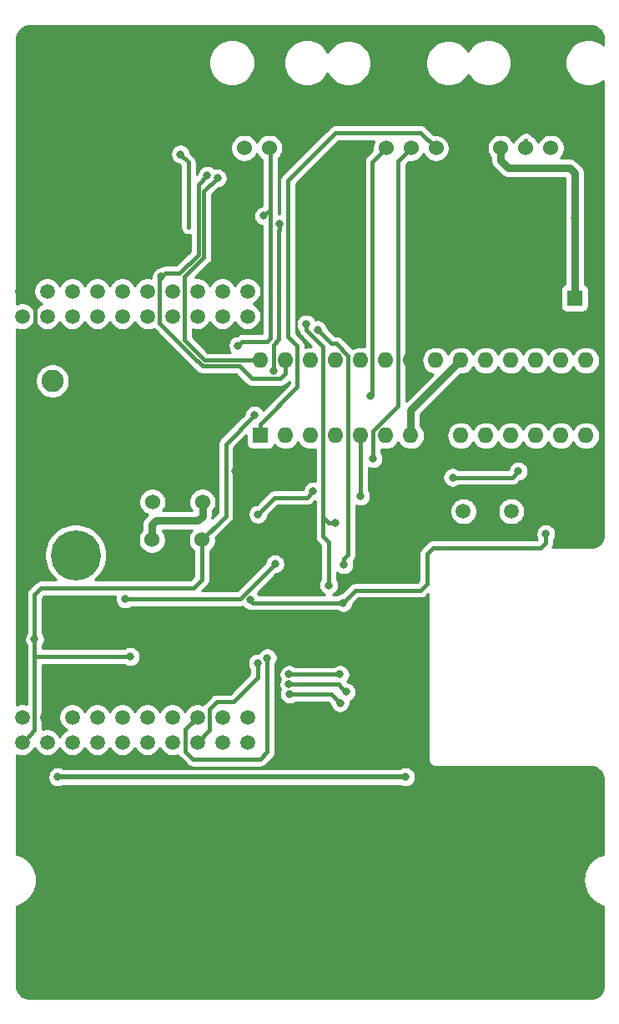
<source format=gbr>
G04 #@! TF.GenerationSoftware,KiCad,Pcbnew,(5.1.2)-1*
G04 #@! TF.CreationDate,2019-08-02T20:14:07-05:00*
G04 #@! TF.ProjectId,NavBoard_Hardware,4e617642-6f61-4726-945f-486172647761,rev?*
G04 #@! TF.SameCoordinates,Original*
G04 #@! TF.FileFunction,Copper,L2,Bot*
G04 #@! TF.FilePolarity,Positive*
%FSLAX46Y46*%
G04 Gerber Fmt 4.6, Leading zero omitted, Abs format (unit mm)*
G04 Created by KiCad (PCBNEW (5.1.2)-1) date 2019-08-02 20:14:07*
%MOMM*%
%LPD*%
G04 APERTURE LIST*
%ADD10C,1.524000*%
%ADD11R,1.600000X1.600000*%
%ADD12O,1.600000X1.600000*%
%ADD13C,1.520000*%
%ADD14C,1.500000*%
%ADD15C,2.250000*%
%ADD16C,5.080000*%
%ADD17C,1.600000*%
%ADD18C,0.800000*%
%ADD19C,0.381000*%
%ADD20C,0.762000*%
%ADD21C,0.508000*%
%ADD22C,0.254000*%
G04 APERTURE END LIST*
D10*
X150898800Y-65557400D03*
X153438800Y-65557400D03*
X155978800Y-65557400D03*
X158518800Y-65557400D03*
D11*
X140716000Y-94691200D03*
D12*
X173736000Y-87071200D03*
X143256000Y-94691200D03*
X171196000Y-87071200D03*
X145796000Y-94691200D03*
X168656000Y-87071200D03*
X148336000Y-94691200D03*
X166116000Y-87071200D03*
X150876000Y-94691200D03*
X163576000Y-87071200D03*
X153416000Y-94691200D03*
X161036000Y-87071200D03*
X155956000Y-94691200D03*
X158496000Y-87071200D03*
X158496000Y-94691200D03*
X155956000Y-87071200D03*
X161036000Y-94691200D03*
X153416000Y-87071200D03*
X163576000Y-94691200D03*
X150876000Y-87071200D03*
X166116000Y-94691200D03*
X148336000Y-87071200D03*
X168656000Y-94691200D03*
X145796000Y-87071200D03*
X171196000Y-94691200D03*
X143256000Y-87071200D03*
X173736000Y-94691200D03*
X140716000Y-87071200D03*
D13*
X139395200Y-80060800D03*
X136855200Y-80060800D03*
X134315200Y-80060800D03*
X131775200Y-80060800D03*
X129235200Y-80060800D03*
X126695200Y-80060800D03*
X124155200Y-80060800D03*
X121615200Y-80060800D03*
X119075200Y-80060800D03*
X116535200Y-80060800D03*
X139395200Y-82600800D03*
X136855200Y-82600800D03*
X134315200Y-82600800D03*
X131775200Y-82600800D03*
X129235200Y-82600800D03*
X126695200Y-82600800D03*
X124155200Y-82600800D03*
X121615200Y-82600800D03*
X119075200Y-82600800D03*
X116535200Y-82600800D03*
X139395200Y-125780800D03*
X136855200Y-125780800D03*
X134315200Y-125780800D03*
X131775200Y-125780800D03*
X129235200Y-125780800D03*
X126695200Y-125780800D03*
X124155200Y-125780800D03*
X121615200Y-125780800D03*
X119075200Y-125780800D03*
X116535200Y-125780800D03*
X139395200Y-123240800D03*
X136855200Y-123240800D03*
X134315200Y-123240800D03*
X131775200Y-123240800D03*
X129235200Y-123240800D03*
X126695200Y-123240800D03*
X124155200Y-123240800D03*
X121615200Y-123240800D03*
X119075200Y-123240800D03*
X116535200Y-123240800D03*
D10*
X134772400Y-105257600D03*
X132232400Y-105257600D03*
X129692400Y-105257600D03*
D14*
X166170000Y-102362000D03*
X161290000Y-102362000D03*
D15*
X122133200Y-86604000D03*
X117033200Y-86604000D03*
X117033200Y-91704000D03*
X122133200Y-91704000D03*
X119583200Y-89154000D03*
D16*
X121945400Y-98933000D03*
X121945400Y-106807000D03*
D10*
X172720000Y-65532000D03*
X170180000Y-65532000D03*
X167640000Y-65532000D03*
X165100000Y-65532000D03*
X129740978Y-101412169D03*
X132280978Y-101412169D03*
X134820978Y-101412169D03*
D17*
X170093000Y-80746600D03*
D11*
X172593000Y-80746600D03*
D10*
X139065000Y-65532000D03*
X141605000Y-65532000D03*
X144145000Y-65532000D03*
D18*
X138176000Y-98298000D03*
X156464000Y-100838000D03*
X154178000Y-100838000D03*
X143256000Y-116332000D03*
X143256000Y-109474000D03*
X132080000Y-116332000D03*
X132588000Y-66167000D03*
X149103500Y-111633000D03*
X142671800Y-73228200D03*
X142011400Y-88109500D03*
X140106400Y-92633800D03*
X139652974Y-111353262D03*
X117779800Y-115316000D03*
X127508000Y-117094000D03*
X169672000Y-104648000D03*
X172593000Y-72644000D03*
X155448000Y-129286000D03*
X120142000Y-129286000D03*
X136347200Y-68580000D03*
X135305800Y-68300510D03*
X130657600Y-78587600D03*
X148765200Y-118897400D03*
X143609000Y-118897400D03*
X149400200Y-120675400D03*
X143609000Y-119897403D03*
X148790600Y-121793000D03*
X143666657Y-120895742D03*
X141046200Y-72415400D03*
X141401800Y-117221000D03*
X138430000Y-85572600D03*
X147650700Y-109855000D03*
X148336000Y-103558900D03*
X145364200Y-83388200D03*
X149171600Y-107784393D03*
X146507200Y-83943900D03*
X151892000Y-90678000D03*
X152146000Y-97028000D03*
X140436600Y-117754400D03*
X146050000Y-100330000D03*
X160217500Y-98933000D03*
X166878000Y-98298000D03*
X140462000Y-102666800D03*
X150876000Y-100838000D03*
X142192300Y-107696000D03*
X127000000Y-111252000D03*
D19*
X119120096Y-123195904D02*
X119075200Y-123240800D01*
X116535200Y-80060800D02*
X117856000Y-81381600D01*
X117856000Y-81381600D02*
X117856000Y-83820000D01*
X133398200Y-66977200D02*
X132588000Y-66167000D01*
X133398200Y-73526115D02*
X133398200Y-66977200D01*
X117295199Y-125020801D02*
X117320599Y-125020801D01*
X116535200Y-125780800D02*
X117295199Y-125020801D01*
X117320599Y-125020801D02*
X117779800Y-124561600D01*
X117779800Y-124561600D02*
X117779800Y-121818400D01*
X117779800Y-121818400D02*
X117779800Y-119989600D01*
X117779800Y-119989600D02*
X117779800Y-119380000D01*
X149103500Y-111633000D02*
X144221200Y-111633000D01*
X134772400Y-105257600D02*
X136525000Y-103505000D01*
X117779800Y-113544885D02*
X117779800Y-113544885D01*
X134772400Y-109270800D02*
X134772400Y-105257600D01*
X133908800Y-110134400D02*
X134772400Y-109270800D01*
X142671800Y-73228200D02*
X142671800Y-73793885D01*
X142011400Y-85523358D02*
X142011400Y-88109500D01*
X142671800Y-73793885D02*
X142598790Y-73866895D01*
X142598790Y-84935968D02*
X142011400Y-85523358D01*
X142598790Y-73866895D02*
X142598790Y-84935968D01*
X137185400Y-102844600D02*
X134772400Y-105257600D01*
X137185400Y-95554800D02*
X137185400Y-102844600D01*
X140106400Y-92633800D02*
X137185400Y-95554800D01*
X139932712Y-111633000D02*
X139652974Y-111353262D01*
X140919200Y-111633000D02*
X139932712Y-111633000D01*
X144221200Y-111633000D02*
X140919200Y-111633000D01*
X117779800Y-115316000D02*
X117779800Y-110820200D01*
X117779800Y-113544885D02*
X117779800Y-115316000D01*
X118465600Y-110134400D02*
X117779800Y-110820200D01*
X133908800Y-110134400D02*
X118465600Y-110134400D01*
X127508000Y-117094000D02*
X126942315Y-117094000D01*
X126942315Y-117094000D02*
X117779800Y-117094000D01*
X117779800Y-115316000D02*
X117779800Y-117094000D01*
X117779800Y-117094000D02*
X117779800Y-119380000D01*
X169672000Y-105537000D02*
X169672000Y-104648000D01*
X169164000Y-106045000D02*
X169672000Y-105537000D01*
X150373500Y-110363000D02*
X156972000Y-110363000D01*
X156972000Y-110363000D02*
X157607000Y-109728000D01*
X157607000Y-109728000D02*
X157607000Y-106680000D01*
X157607000Y-106680000D02*
X158242000Y-106045000D01*
X149103500Y-111633000D02*
X150373500Y-110363000D01*
X158242000Y-106045000D02*
X169164000Y-106045000D01*
D20*
X172085000Y-67564000D02*
X172593000Y-68072000D01*
X165862000Y-67564000D02*
X172085000Y-67564000D01*
X172593000Y-68072000D02*
X172593000Y-72644000D01*
X172593000Y-72644000D02*
X172593000Y-80746600D01*
X165100000Y-65532000D02*
X165100000Y-66802000D01*
X165100000Y-66802000D02*
X165862000Y-67564000D01*
X155956000Y-92151200D02*
X155956000Y-94691200D01*
X161036000Y-87071200D02*
X155956000Y-92151200D01*
D21*
X120142000Y-129286000D02*
X155448000Y-129286000D01*
D19*
X136347200Y-68580000D02*
X136372600Y-68554600D01*
X167640000Y-64770000D02*
X167640000Y-65532000D01*
X135051800Y-87071200D02*
X140716000Y-87071200D01*
X133019800Y-78587600D02*
X133019800Y-85039200D01*
X134975600Y-76631800D02*
X133019800Y-78587600D01*
X133019800Y-85039200D02*
X135051800Y-87071200D01*
X136347200Y-68580000D02*
X134975600Y-69951600D01*
X134975600Y-69951600D02*
X134975600Y-76631800D01*
X131013200Y-78232000D02*
X132511800Y-78232000D01*
X132511800Y-78232000D02*
X134391400Y-76352400D01*
X134391400Y-69214910D02*
X135305800Y-68300510D01*
X134391400Y-76352400D02*
X134391400Y-75768200D01*
X134391400Y-75768200D02*
X134391400Y-69214910D01*
X142748000Y-88900000D02*
X143256000Y-88392000D01*
X143256000Y-88392000D02*
X143256000Y-87071200D01*
X139827000Y-88900000D02*
X142748000Y-88900000D01*
X138579210Y-87652210D02*
X139166600Y-88239600D01*
X139166600Y-88239600D02*
X139827000Y-88900000D01*
X138811000Y-87884000D02*
X139166600Y-88239600D01*
X133731000Y-86572072D02*
X134811138Y-87652210D01*
X134811138Y-87652210D02*
X138579210Y-87652210D01*
X130479800Y-83320872D02*
X133731000Y-86572072D01*
X131013200Y-78232000D02*
X130479800Y-78917800D01*
X130479800Y-78917800D02*
X130479800Y-83320872D01*
X131013200Y-78232000D02*
X130657600Y-78587600D01*
X130657600Y-78587600D02*
X130479800Y-78765400D01*
X148765200Y-118897400D02*
X143609000Y-118897400D01*
X149400200Y-120675400D02*
X149000201Y-120275401D01*
X149000201Y-120275401D02*
X148622203Y-119897403D01*
X148622203Y-119897403D02*
X143609000Y-119897403D01*
X148790600Y-121767600D02*
X148790600Y-121793000D01*
X148390601Y-121393001D02*
X148365201Y-121393001D01*
X148790600Y-121793000D02*
X148390601Y-121393001D01*
X148365201Y-121393001D02*
X147867942Y-120895742D01*
X147867942Y-120895742D02*
X143666657Y-120895742D01*
D20*
X134820978Y-102821422D02*
X134820978Y-101412169D01*
X134315200Y-103327200D02*
X134820978Y-102821422D01*
X130073400Y-103327200D02*
X134315200Y-103327200D01*
X129692400Y-105257600D02*
X129692400Y-103708200D01*
X129692400Y-103708200D02*
X130073400Y-103327200D01*
D19*
X141706600Y-65557400D02*
X141706600Y-71755000D01*
X141706600Y-71755000D02*
X141046200Y-72415400D01*
X141706600Y-71755000D02*
X141706600Y-84023200D01*
X141401800Y-126771400D02*
X140690600Y-127482600D01*
X138829999Y-85172601D02*
X141395399Y-85172601D01*
X138430000Y-85572600D02*
X138829999Y-85172601D01*
X141706600Y-84861400D02*
X141706600Y-84023200D01*
X141395399Y-85172601D02*
X141706600Y-84861400D01*
X141401800Y-117221000D02*
X141401800Y-126771400D01*
X136398000Y-127482600D02*
X133832600Y-127482600D01*
X140690600Y-127482600D02*
X136398000Y-127482600D01*
X133832600Y-127482600D02*
X133096000Y-126746000D01*
X133096000Y-124460000D02*
X134315200Y-123240800D01*
X133096000Y-126746000D02*
X133096000Y-124460000D01*
X143484600Y-84654415D02*
X143484600Y-68834000D01*
X143891000Y-68427600D02*
X144221200Y-68097400D01*
X143484600Y-68834000D02*
X144221200Y-68097400D01*
X144221200Y-68097400D02*
X145084800Y-67233800D01*
X158518800Y-65557400D02*
X156969400Y-64008000D01*
X148310600Y-64008000D02*
X145084800Y-67233800D01*
X156969400Y-64008000D02*
X148310600Y-64008000D01*
X144446501Y-85616316D02*
X143484600Y-84654415D01*
X144446501Y-89779699D02*
X144446501Y-85616316D01*
X140716000Y-93510200D02*
X144446501Y-89779699D01*
X140716000Y-94691200D02*
X140716000Y-93510200D01*
X147650700Y-105513498D02*
X147650700Y-109855000D01*
X147116800Y-104979598D02*
X147650700Y-105513498D01*
X147653300Y-103558900D02*
X148336000Y-103558900D01*
X147116800Y-103022400D02*
X147653300Y-103558900D01*
X147066000Y-85672642D02*
X147066000Y-102590600D01*
X145364200Y-83388200D02*
X145364200Y-83970842D01*
X145364200Y-83970842D02*
X147066000Y-85672642D01*
X147066000Y-104928798D02*
X147650700Y-105513498D01*
X147066000Y-102590600D02*
X147066000Y-104928798D01*
X149171600Y-107218708D02*
X149606000Y-106784308D01*
X149171600Y-107784393D02*
X149171600Y-107218708D01*
X149606000Y-86579258D02*
X148396142Y-85369400D01*
X149606000Y-106784308D02*
X149606000Y-86579258D01*
X148396142Y-85369400D02*
X147932700Y-85369400D01*
X147932700Y-85369400D02*
X146507200Y-83943900D01*
X152066501Y-66929699D02*
X152066501Y-86499759D01*
X153438800Y-65557400D02*
X152066501Y-66929699D01*
X152066501Y-86499759D02*
X152066501Y-90503499D01*
X152066501Y-90503499D02*
X151892000Y-90678000D01*
X154686000Y-86360000D02*
X154686000Y-84074000D01*
X154686000Y-84074000D02*
X154686000Y-76962000D01*
X154686000Y-71628000D02*
X154686000Y-71882000D01*
X154686000Y-91659258D02*
X154686000Y-91186000D01*
X152146000Y-94199258D02*
X154686000Y-91659258D01*
X152146000Y-96462315D02*
X152146000Y-94199258D01*
X154686000Y-91186000D02*
X154686000Y-86360000D01*
X152146000Y-96462315D02*
X152146000Y-97028000D01*
X154686000Y-66850200D02*
X155978800Y-65557400D01*
X154686000Y-72644000D02*
X154686000Y-66850200D01*
X154686000Y-72644000D02*
X154686000Y-71882000D01*
X154686000Y-76962000D02*
X154686000Y-72644000D01*
X135559800Y-124536200D02*
X134315200Y-125780800D01*
X135559800Y-122402600D02*
X135559800Y-124536200D01*
X137287000Y-121691400D02*
X136271000Y-121691400D01*
X136271000Y-121691400D02*
X135559800Y-122402600D01*
X140436600Y-117754400D02*
X140436600Y-119227600D01*
X137972800Y-121691400D02*
X137287000Y-121691400D01*
X140436600Y-119227600D02*
X137972800Y-121691400D01*
X145415000Y-100965000D02*
X146050000Y-100330000D01*
X160217500Y-98933000D02*
X166243000Y-98933000D01*
X166243000Y-98933000D02*
X166878000Y-98298000D01*
X142163800Y-100965000D02*
X140462000Y-102666800D01*
X145415000Y-100965000D02*
X142163800Y-100965000D01*
X150876000Y-94691200D02*
X150876000Y-100838000D01*
X138636300Y-111252000D02*
X138938000Y-110950300D01*
X127000000Y-111252000D02*
X138636300Y-111252000D01*
X142192300Y-107696000D02*
X138938000Y-110950300D01*
X138938000Y-110950300D02*
X138763300Y-111125000D01*
D22*
G36*
X157735201Y-127523913D02*
G01*
X157731765Y-127558800D01*
X157745473Y-127697984D01*
X157786072Y-127831820D01*
X157852000Y-127955163D01*
X157940725Y-128063275D01*
X158048837Y-128152000D01*
X158172180Y-128217928D01*
X158306016Y-128258527D01*
X158410323Y-128268800D01*
X158445200Y-128272235D01*
X158480077Y-128268800D01*
X174158479Y-128268800D01*
X174449318Y-128297318D01*
X174695677Y-128371697D01*
X174922898Y-128492513D01*
X175122328Y-128655163D01*
X175286364Y-128853450D01*
X175408764Y-129079823D01*
X175484863Y-129325660D01*
X175515200Y-129614302D01*
X175515201Y-137110366D01*
X175227816Y-137199326D01*
X175168504Y-137224259D01*
X175108827Y-137248370D01*
X175100074Y-137253024D01*
X174751226Y-137441646D01*
X174697894Y-137477619D01*
X174644032Y-137512865D01*
X174636350Y-137519131D01*
X174330782Y-137771918D01*
X174285463Y-137817555D01*
X174239460Y-137862604D01*
X174233141Y-137870242D01*
X173982493Y-138177567D01*
X173946875Y-138231176D01*
X173910526Y-138284263D01*
X173905811Y-138292983D01*
X173719629Y-138643140D01*
X173695113Y-138702620D01*
X173669756Y-138761783D01*
X173666825Y-138771253D01*
X173552202Y-139150904D01*
X173539707Y-139214009D01*
X173526324Y-139276973D01*
X173525288Y-139286832D01*
X173486589Y-139681516D01*
X173486589Y-139712534D01*
X173483238Y-139743389D01*
X173483204Y-139753302D01*
X173483254Y-139767488D01*
X173486388Y-139798334D01*
X173486172Y-139829334D01*
X173487139Y-139839200D01*
X173528592Y-140233604D01*
X173541533Y-140296648D01*
X173553590Y-140359852D01*
X173556455Y-140369342D01*
X173673726Y-140748185D01*
X173698658Y-140807494D01*
X173722770Y-140867173D01*
X173727424Y-140875926D01*
X173916046Y-141224774D01*
X173952009Y-141278091D01*
X173987265Y-141331968D01*
X173993531Y-141339650D01*
X174246318Y-141645218D01*
X174291971Y-141690554D01*
X174337004Y-141736540D01*
X174344642Y-141742859D01*
X174651968Y-141993507D01*
X174705559Y-142029113D01*
X174758663Y-142065474D01*
X174767383Y-142070189D01*
X175117539Y-142256370D01*
X175177013Y-142280883D01*
X175236183Y-142306244D01*
X175245653Y-142309175D01*
X175515200Y-142390556D01*
X175515201Y-150384070D01*
X175486683Y-150674915D01*
X175412303Y-150921276D01*
X175291486Y-151148499D01*
X175128835Y-151347929D01*
X174930550Y-151511964D01*
X174704177Y-151634364D01*
X174458342Y-151710463D01*
X174169698Y-151740800D01*
X117331920Y-151740800D01*
X117041085Y-151712283D01*
X116794724Y-151637903D01*
X116567501Y-151517086D01*
X116368071Y-151354435D01*
X116204036Y-151156150D01*
X116081636Y-150929777D01*
X116005537Y-150683942D01*
X115975200Y-150395298D01*
X115975200Y-142392055D01*
X116280373Y-142295248D01*
X116339483Y-142269913D01*
X116399015Y-142245376D01*
X116407735Y-142240661D01*
X116755258Y-142049609D01*
X116808361Y-142013249D01*
X116861955Y-141977641D01*
X116869593Y-141971322D01*
X117173388Y-141716407D01*
X117218401Y-141670441D01*
X117264073Y-141625087D01*
X117270338Y-141617405D01*
X117518835Y-141308336D01*
X117554048Y-141254524D01*
X117590055Y-141201142D01*
X117594709Y-141192390D01*
X117778442Y-140840943D01*
X117802542Y-140781293D01*
X117827486Y-140721953D01*
X117830351Y-140712463D01*
X117942321Y-140332021D01*
X117954378Y-140268817D01*
X117967319Y-140205773D01*
X117968286Y-140195907D01*
X118004228Y-139800962D01*
X118003779Y-139736647D01*
X118004228Y-139672265D01*
X118003261Y-139662399D01*
X117961808Y-139267996D01*
X117948867Y-139204952D01*
X117936810Y-139141748D01*
X117933945Y-139132258D01*
X117816674Y-138753416D01*
X117791741Y-138694104D01*
X117767630Y-138634427D01*
X117762976Y-138625674D01*
X117574354Y-138276826D01*
X117538381Y-138223494D01*
X117503135Y-138169632D01*
X117496869Y-138161950D01*
X117244082Y-137856382D01*
X117198445Y-137811063D01*
X117153396Y-137765060D01*
X117145758Y-137758741D01*
X116838433Y-137508093D01*
X116784824Y-137472475D01*
X116731737Y-137436126D01*
X116723017Y-137431411D01*
X116372860Y-137245229D01*
X116313380Y-137220713D01*
X116254217Y-137195356D01*
X116244747Y-137192425D01*
X115975200Y-137111044D01*
X115975200Y-129184061D01*
X119107000Y-129184061D01*
X119107000Y-129387939D01*
X119146774Y-129587898D01*
X119224795Y-129776256D01*
X119338063Y-129945774D01*
X119482226Y-130089937D01*
X119651744Y-130203205D01*
X119840102Y-130281226D01*
X120040061Y-130321000D01*
X120243939Y-130321000D01*
X120443898Y-130281226D01*
X120632256Y-130203205D01*
X120674468Y-130175000D01*
X154915532Y-130175000D01*
X154957744Y-130203205D01*
X155146102Y-130281226D01*
X155346061Y-130321000D01*
X155549939Y-130321000D01*
X155749898Y-130281226D01*
X155938256Y-130203205D01*
X156107774Y-130089937D01*
X156251937Y-129945774D01*
X156365205Y-129776256D01*
X156443226Y-129587898D01*
X156483000Y-129387939D01*
X156483000Y-129184061D01*
X156443226Y-128984102D01*
X156365205Y-128795744D01*
X156251937Y-128626226D01*
X156107774Y-128482063D01*
X155938256Y-128368795D01*
X155749898Y-128290774D01*
X155549939Y-128251000D01*
X155346061Y-128251000D01*
X155146102Y-128290774D01*
X154957744Y-128368795D01*
X154915532Y-128397000D01*
X120674468Y-128397000D01*
X120632256Y-128368795D01*
X120443898Y-128290774D01*
X120243939Y-128251000D01*
X120040061Y-128251000D01*
X119840102Y-128290774D01*
X119651744Y-128368795D01*
X119482226Y-128482063D01*
X119338063Y-128626226D01*
X119224795Y-128795744D01*
X119146774Y-128984102D01*
X119107000Y-129184061D01*
X115975200Y-129184061D01*
X115975200Y-127058778D01*
X116128293Y-127122191D01*
X116397804Y-127175800D01*
X116672596Y-127175800D01*
X116942107Y-127122191D01*
X117195980Y-127017033D01*
X117424461Y-126864367D01*
X117618767Y-126670061D01*
X117771433Y-126441580D01*
X117805200Y-126360060D01*
X117838967Y-126441580D01*
X117991633Y-126670061D01*
X118185939Y-126864367D01*
X118414420Y-127017033D01*
X118668293Y-127122191D01*
X118937804Y-127175800D01*
X119212596Y-127175800D01*
X119482107Y-127122191D01*
X119735980Y-127017033D01*
X119964461Y-126864367D01*
X120158767Y-126670061D01*
X120311433Y-126441580D01*
X120345200Y-126360060D01*
X120378967Y-126441580D01*
X120531633Y-126670061D01*
X120725939Y-126864367D01*
X120954420Y-127017033D01*
X121208293Y-127122191D01*
X121477804Y-127175800D01*
X121752596Y-127175800D01*
X122022107Y-127122191D01*
X122275980Y-127017033D01*
X122504461Y-126864367D01*
X122698767Y-126670061D01*
X122851433Y-126441580D01*
X122885200Y-126360060D01*
X122918967Y-126441580D01*
X123071633Y-126670061D01*
X123265939Y-126864367D01*
X123494420Y-127017033D01*
X123748293Y-127122191D01*
X124017804Y-127175800D01*
X124292596Y-127175800D01*
X124562107Y-127122191D01*
X124815980Y-127017033D01*
X125044461Y-126864367D01*
X125238767Y-126670061D01*
X125391433Y-126441580D01*
X125425200Y-126360060D01*
X125458967Y-126441580D01*
X125611633Y-126670061D01*
X125805939Y-126864367D01*
X126034420Y-127017033D01*
X126288293Y-127122191D01*
X126557804Y-127175800D01*
X126832596Y-127175800D01*
X127102107Y-127122191D01*
X127355980Y-127017033D01*
X127584461Y-126864367D01*
X127778767Y-126670061D01*
X127931433Y-126441580D01*
X127965200Y-126360060D01*
X127998967Y-126441580D01*
X128151633Y-126670061D01*
X128345939Y-126864367D01*
X128574420Y-127017033D01*
X128828293Y-127122191D01*
X129097804Y-127175800D01*
X129372596Y-127175800D01*
X129642107Y-127122191D01*
X129895980Y-127017033D01*
X130124461Y-126864367D01*
X130318767Y-126670061D01*
X130471433Y-126441580D01*
X130505200Y-126360060D01*
X130538967Y-126441580D01*
X130691633Y-126670061D01*
X130885939Y-126864367D01*
X131114420Y-127017033D01*
X131368293Y-127122191D01*
X131637804Y-127175800D01*
X131912596Y-127175800D01*
X132182107Y-127122191D01*
X132329012Y-127061341D01*
X132329647Y-127063433D01*
X132406301Y-127206842D01*
X132440214Y-127248165D01*
X132509459Y-127332541D01*
X132540965Y-127358397D01*
X133220210Y-128037644D01*
X133246059Y-128069141D01*
X133277555Y-128094989D01*
X133277558Y-128094992D01*
X133371757Y-128172299D01*
X133490121Y-128235566D01*
X133515166Y-128248953D01*
X133670774Y-128296156D01*
X133792047Y-128308100D01*
X133792049Y-128308100D01*
X133832600Y-128312094D01*
X133873150Y-128308100D01*
X140650050Y-128308100D01*
X140690600Y-128312094D01*
X140731150Y-128308100D01*
X140731153Y-128308100D01*
X140852426Y-128296156D01*
X141008034Y-128248953D01*
X141151442Y-128172299D01*
X141277141Y-128069141D01*
X141302997Y-128037635D01*
X141956844Y-127383790D01*
X141988341Y-127357941D01*
X142014189Y-127326445D01*
X142014192Y-127326442D01*
X142091499Y-127232243D01*
X142168153Y-127088834D01*
X142188500Y-127021758D01*
X142215356Y-126933226D01*
X142227300Y-126811953D01*
X142227300Y-126811951D01*
X142231294Y-126771400D01*
X142227300Y-126730850D01*
X142227300Y-118795461D01*
X142574000Y-118795461D01*
X142574000Y-118999339D01*
X142613774Y-119199298D01*
X142691795Y-119387656D01*
X142698307Y-119397401D01*
X142691795Y-119407147D01*
X142613774Y-119595505D01*
X142574000Y-119795464D01*
X142574000Y-119999342D01*
X142613774Y-120199301D01*
X142691795Y-120387659D01*
X142731946Y-120447749D01*
X142671431Y-120593844D01*
X142631657Y-120793803D01*
X142631657Y-120997681D01*
X142671431Y-121197640D01*
X142749452Y-121385998D01*
X142862720Y-121555516D01*
X143006883Y-121699679D01*
X143176401Y-121812947D01*
X143364759Y-121890968D01*
X143564718Y-121930742D01*
X143768596Y-121930742D01*
X143968555Y-121890968D01*
X144156913Y-121812947D01*
X144294160Y-121721242D01*
X147526010Y-121721242D01*
X147752803Y-121948035D01*
X147770435Y-121969520D01*
X147795374Y-122094898D01*
X147873395Y-122283256D01*
X147986663Y-122452774D01*
X148130826Y-122596937D01*
X148300344Y-122710205D01*
X148488702Y-122788226D01*
X148688661Y-122828000D01*
X148892539Y-122828000D01*
X149092498Y-122788226D01*
X149280856Y-122710205D01*
X149450374Y-122596937D01*
X149594537Y-122452774D01*
X149707805Y-122283256D01*
X149785826Y-122094898D01*
X149825600Y-121894939D01*
X149825600Y-121691061D01*
X149812444Y-121624919D01*
X149890456Y-121592605D01*
X150059974Y-121479337D01*
X150204137Y-121335174D01*
X150317405Y-121165656D01*
X150395426Y-120977298D01*
X150435200Y-120777339D01*
X150435200Y-120573461D01*
X150395426Y-120373502D01*
X150317405Y-120185144D01*
X150204137Y-120015626D01*
X150059974Y-119871463D01*
X149890456Y-119758195D01*
X149702098Y-119680174D01*
X149540204Y-119647972D01*
X149509272Y-119617039D01*
X149569137Y-119557174D01*
X149682405Y-119387656D01*
X149760426Y-119199298D01*
X149800200Y-118999339D01*
X149800200Y-118795461D01*
X149760426Y-118595502D01*
X149682405Y-118407144D01*
X149569137Y-118237626D01*
X149424974Y-118093463D01*
X149255456Y-117980195D01*
X149067098Y-117902174D01*
X148867139Y-117862400D01*
X148663261Y-117862400D01*
X148463302Y-117902174D01*
X148274944Y-117980195D01*
X148137697Y-118071900D01*
X144236503Y-118071900D01*
X144099256Y-117980195D01*
X143910898Y-117902174D01*
X143710939Y-117862400D01*
X143507061Y-117862400D01*
X143307102Y-117902174D01*
X143118744Y-117980195D01*
X142949226Y-118093463D01*
X142805063Y-118237626D01*
X142691795Y-118407144D01*
X142613774Y-118595502D01*
X142574000Y-118795461D01*
X142227300Y-118795461D01*
X142227300Y-117848503D01*
X142319005Y-117711256D01*
X142397026Y-117522898D01*
X142436800Y-117322939D01*
X142436800Y-117119061D01*
X142397026Y-116919102D01*
X142319005Y-116730744D01*
X142205737Y-116561226D01*
X142061574Y-116417063D01*
X141892056Y-116303795D01*
X141703698Y-116225774D01*
X141503739Y-116186000D01*
X141299861Y-116186000D01*
X141099902Y-116225774D01*
X140911544Y-116303795D01*
X140742026Y-116417063D01*
X140597863Y-116561226D01*
X140492175Y-116719400D01*
X140334661Y-116719400D01*
X140134702Y-116759174D01*
X139946344Y-116837195D01*
X139776826Y-116950463D01*
X139632663Y-117094626D01*
X139519395Y-117264144D01*
X139441374Y-117452502D01*
X139401600Y-117652461D01*
X139401600Y-117856339D01*
X139441374Y-118056298D01*
X139519395Y-118244656D01*
X139611100Y-118381903D01*
X139611101Y-118885666D01*
X137630868Y-120865900D01*
X136311550Y-120865900D01*
X136271000Y-120861906D01*
X136230449Y-120865900D01*
X136230447Y-120865900D01*
X136109174Y-120877844D01*
X135953566Y-120925047D01*
X135810157Y-121001701D01*
X135715958Y-121079008D01*
X135715955Y-121079011D01*
X135684459Y-121104859D01*
X135658610Y-121136356D01*
X135004765Y-121790203D01*
X134973259Y-121816059D01*
X134911784Y-121890968D01*
X134870101Y-121941758D01*
X134861807Y-121957275D01*
X134722107Y-121899409D01*
X134452596Y-121845800D01*
X134177804Y-121845800D01*
X133908293Y-121899409D01*
X133654420Y-122004567D01*
X133425939Y-122157233D01*
X133231633Y-122351539D01*
X133078967Y-122580020D01*
X133045200Y-122661540D01*
X133011433Y-122580020D01*
X132858767Y-122351539D01*
X132664461Y-122157233D01*
X132435980Y-122004567D01*
X132182107Y-121899409D01*
X131912596Y-121845800D01*
X131637804Y-121845800D01*
X131368293Y-121899409D01*
X131114420Y-122004567D01*
X130885939Y-122157233D01*
X130691633Y-122351539D01*
X130538967Y-122580020D01*
X130505200Y-122661540D01*
X130471433Y-122580020D01*
X130318767Y-122351539D01*
X130124461Y-122157233D01*
X129895980Y-122004567D01*
X129642107Y-121899409D01*
X129372596Y-121845800D01*
X129097804Y-121845800D01*
X128828293Y-121899409D01*
X128574420Y-122004567D01*
X128345939Y-122157233D01*
X128151633Y-122351539D01*
X127998967Y-122580020D01*
X127965200Y-122661540D01*
X127931433Y-122580020D01*
X127778767Y-122351539D01*
X127584461Y-122157233D01*
X127355980Y-122004567D01*
X127102107Y-121899409D01*
X126832596Y-121845800D01*
X126557804Y-121845800D01*
X126288293Y-121899409D01*
X126034420Y-122004567D01*
X125805939Y-122157233D01*
X125611633Y-122351539D01*
X125458967Y-122580020D01*
X125425200Y-122661540D01*
X125391433Y-122580020D01*
X125238767Y-122351539D01*
X125044461Y-122157233D01*
X124815980Y-122004567D01*
X124562107Y-121899409D01*
X124292596Y-121845800D01*
X124017804Y-121845800D01*
X123748293Y-121899409D01*
X123494420Y-122004567D01*
X123265939Y-122157233D01*
X123071633Y-122351539D01*
X122918967Y-122580020D01*
X122885200Y-122661540D01*
X122851433Y-122580020D01*
X122698767Y-122351539D01*
X122504461Y-122157233D01*
X122275980Y-122004567D01*
X122022107Y-121899409D01*
X121752596Y-121845800D01*
X121477804Y-121845800D01*
X121208293Y-121899409D01*
X120954420Y-122004567D01*
X120725939Y-122157233D01*
X120531633Y-122351539D01*
X120378967Y-122580020D01*
X120273809Y-122833893D01*
X120220200Y-123103404D01*
X120220200Y-123378196D01*
X120273809Y-123647707D01*
X120378967Y-123901580D01*
X120531633Y-124130061D01*
X120725939Y-124324367D01*
X120954420Y-124477033D01*
X121035940Y-124510800D01*
X120954420Y-124544567D01*
X120725939Y-124697233D01*
X120531633Y-124891539D01*
X120378967Y-125120020D01*
X120345200Y-125201540D01*
X120311433Y-125120020D01*
X120158767Y-124891539D01*
X119964461Y-124697233D01*
X119735980Y-124544567D01*
X119482107Y-124439409D01*
X119212596Y-124385800D01*
X118937804Y-124385800D01*
X118668293Y-124439409D01*
X118605300Y-124465502D01*
X118605300Y-117919500D01*
X126880497Y-117919500D01*
X127017744Y-118011205D01*
X127206102Y-118089226D01*
X127406061Y-118129000D01*
X127609939Y-118129000D01*
X127809898Y-118089226D01*
X127998256Y-118011205D01*
X128167774Y-117897937D01*
X128311937Y-117753774D01*
X128425205Y-117584256D01*
X128503226Y-117395898D01*
X128543000Y-117195939D01*
X128543000Y-116992061D01*
X128503226Y-116792102D01*
X128425205Y-116603744D01*
X128311937Y-116434226D01*
X128167774Y-116290063D01*
X127998256Y-116176795D01*
X127809898Y-116098774D01*
X127609939Y-116059000D01*
X127406061Y-116059000D01*
X127206102Y-116098774D01*
X127017744Y-116176795D01*
X126880497Y-116268500D01*
X118605300Y-116268500D01*
X118605300Y-115943503D01*
X118697005Y-115806256D01*
X118775026Y-115617898D01*
X118814800Y-115417939D01*
X118814800Y-115214061D01*
X118775026Y-115014102D01*
X118697005Y-114825744D01*
X118605300Y-114688497D01*
X118605300Y-113585438D01*
X118609294Y-113544885D01*
X118605300Y-113504332D01*
X118605300Y-111162133D01*
X118807533Y-110959900D01*
X126002825Y-110959900D01*
X125965000Y-111150061D01*
X125965000Y-111353939D01*
X126004774Y-111553898D01*
X126082795Y-111742256D01*
X126196063Y-111911774D01*
X126340226Y-112055937D01*
X126509744Y-112169205D01*
X126698102Y-112247226D01*
X126898061Y-112287000D01*
X127101939Y-112287000D01*
X127301898Y-112247226D01*
X127490256Y-112169205D01*
X127627503Y-112077500D01*
X138595750Y-112077500D01*
X138636300Y-112081494D01*
X138676850Y-112077500D01*
X138676853Y-112077500D01*
X138798126Y-112065556D01*
X138877484Y-112041483D01*
X138993200Y-112157199D01*
X139162718Y-112270467D01*
X139351076Y-112348488D01*
X139551035Y-112388262D01*
X139594528Y-112388262D01*
X139615278Y-112399353D01*
X139770886Y-112446556D01*
X139892159Y-112458500D01*
X139892161Y-112458500D01*
X139932711Y-112462494D01*
X139973262Y-112458500D01*
X148475997Y-112458500D01*
X148613244Y-112550205D01*
X148801602Y-112628226D01*
X149001561Y-112668000D01*
X149205439Y-112668000D01*
X149405398Y-112628226D01*
X149593756Y-112550205D01*
X149763274Y-112436937D01*
X149907437Y-112292774D01*
X150020705Y-112123256D01*
X150098726Y-111934898D01*
X150130928Y-111773004D01*
X150715433Y-111188500D01*
X156931450Y-111188500D01*
X156972000Y-111192494D01*
X157012550Y-111188500D01*
X157012553Y-111188500D01*
X157133826Y-111176556D01*
X157289434Y-111129353D01*
X157432842Y-111052699D01*
X157558541Y-110949541D01*
X157584397Y-110918035D01*
X157735200Y-110767232D01*
X157735201Y-127523913D01*
X157735201Y-127523913D01*
G37*
X157735201Y-127523913D02*
X157731765Y-127558800D01*
X157745473Y-127697984D01*
X157786072Y-127831820D01*
X157852000Y-127955163D01*
X157940725Y-128063275D01*
X158048837Y-128152000D01*
X158172180Y-128217928D01*
X158306016Y-128258527D01*
X158410323Y-128268800D01*
X158445200Y-128272235D01*
X158480077Y-128268800D01*
X174158479Y-128268800D01*
X174449318Y-128297318D01*
X174695677Y-128371697D01*
X174922898Y-128492513D01*
X175122328Y-128655163D01*
X175286364Y-128853450D01*
X175408764Y-129079823D01*
X175484863Y-129325660D01*
X175515200Y-129614302D01*
X175515201Y-137110366D01*
X175227816Y-137199326D01*
X175168504Y-137224259D01*
X175108827Y-137248370D01*
X175100074Y-137253024D01*
X174751226Y-137441646D01*
X174697894Y-137477619D01*
X174644032Y-137512865D01*
X174636350Y-137519131D01*
X174330782Y-137771918D01*
X174285463Y-137817555D01*
X174239460Y-137862604D01*
X174233141Y-137870242D01*
X173982493Y-138177567D01*
X173946875Y-138231176D01*
X173910526Y-138284263D01*
X173905811Y-138292983D01*
X173719629Y-138643140D01*
X173695113Y-138702620D01*
X173669756Y-138761783D01*
X173666825Y-138771253D01*
X173552202Y-139150904D01*
X173539707Y-139214009D01*
X173526324Y-139276973D01*
X173525288Y-139286832D01*
X173486589Y-139681516D01*
X173486589Y-139712534D01*
X173483238Y-139743389D01*
X173483204Y-139753302D01*
X173483254Y-139767488D01*
X173486388Y-139798334D01*
X173486172Y-139829334D01*
X173487139Y-139839200D01*
X173528592Y-140233604D01*
X173541533Y-140296648D01*
X173553590Y-140359852D01*
X173556455Y-140369342D01*
X173673726Y-140748185D01*
X173698658Y-140807494D01*
X173722770Y-140867173D01*
X173727424Y-140875926D01*
X173916046Y-141224774D01*
X173952009Y-141278091D01*
X173987265Y-141331968D01*
X173993531Y-141339650D01*
X174246318Y-141645218D01*
X174291971Y-141690554D01*
X174337004Y-141736540D01*
X174344642Y-141742859D01*
X174651968Y-141993507D01*
X174705559Y-142029113D01*
X174758663Y-142065474D01*
X174767383Y-142070189D01*
X175117539Y-142256370D01*
X175177013Y-142280883D01*
X175236183Y-142306244D01*
X175245653Y-142309175D01*
X175515200Y-142390556D01*
X175515201Y-150384070D01*
X175486683Y-150674915D01*
X175412303Y-150921276D01*
X175291486Y-151148499D01*
X175128835Y-151347929D01*
X174930550Y-151511964D01*
X174704177Y-151634364D01*
X174458342Y-151710463D01*
X174169698Y-151740800D01*
X117331920Y-151740800D01*
X117041085Y-151712283D01*
X116794724Y-151637903D01*
X116567501Y-151517086D01*
X116368071Y-151354435D01*
X116204036Y-151156150D01*
X116081636Y-150929777D01*
X116005537Y-150683942D01*
X115975200Y-150395298D01*
X115975200Y-142392055D01*
X116280373Y-142295248D01*
X116339483Y-142269913D01*
X116399015Y-142245376D01*
X116407735Y-142240661D01*
X116755258Y-142049609D01*
X116808361Y-142013249D01*
X116861955Y-141977641D01*
X116869593Y-141971322D01*
X117173388Y-141716407D01*
X117218401Y-141670441D01*
X117264073Y-141625087D01*
X117270338Y-141617405D01*
X117518835Y-141308336D01*
X117554048Y-141254524D01*
X117590055Y-141201142D01*
X117594709Y-141192390D01*
X117778442Y-140840943D01*
X117802542Y-140781293D01*
X117827486Y-140721953D01*
X117830351Y-140712463D01*
X117942321Y-140332021D01*
X117954378Y-140268817D01*
X117967319Y-140205773D01*
X117968286Y-140195907D01*
X118004228Y-139800962D01*
X118003779Y-139736647D01*
X118004228Y-139672265D01*
X118003261Y-139662399D01*
X117961808Y-139267996D01*
X117948867Y-139204952D01*
X117936810Y-139141748D01*
X117933945Y-139132258D01*
X117816674Y-138753416D01*
X117791741Y-138694104D01*
X117767630Y-138634427D01*
X117762976Y-138625674D01*
X117574354Y-138276826D01*
X117538381Y-138223494D01*
X117503135Y-138169632D01*
X117496869Y-138161950D01*
X117244082Y-137856382D01*
X117198445Y-137811063D01*
X117153396Y-137765060D01*
X117145758Y-137758741D01*
X116838433Y-137508093D01*
X116784824Y-137472475D01*
X116731737Y-137436126D01*
X116723017Y-137431411D01*
X116372860Y-137245229D01*
X116313380Y-137220713D01*
X116254217Y-137195356D01*
X116244747Y-137192425D01*
X115975200Y-137111044D01*
X115975200Y-129184061D01*
X119107000Y-129184061D01*
X119107000Y-129387939D01*
X119146774Y-129587898D01*
X119224795Y-129776256D01*
X119338063Y-129945774D01*
X119482226Y-130089937D01*
X119651744Y-130203205D01*
X119840102Y-130281226D01*
X120040061Y-130321000D01*
X120243939Y-130321000D01*
X120443898Y-130281226D01*
X120632256Y-130203205D01*
X120674468Y-130175000D01*
X154915532Y-130175000D01*
X154957744Y-130203205D01*
X155146102Y-130281226D01*
X155346061Y-130321000D01*
X155549939Y-130321000D01*
X155749898Y-130281226D01*
X155938256Y-130203205D01*
X156107774Y-130089937D01*
X156251937Y-129945774D01*
X156365205Y-129776256D01*
X156443226Y-129587898D01*
X156483000Y-129387939D01*
X156483000Y-129184061D01*
X156443226Y-128984102D01*
X156365205Y-128795744D01*
X156251937Y-128626226D01*
X156107774Y-128482063D01*
X155938256Y-128368795D01*
X155749898Y-128290774D01*
X155549939Y-128251000D01*
X155346061Y-128251000D01*
X155146102Y-128290774D01*
X154957744Y-128368795D01*
X154915532Y-128397000D01*
X120674468Y-128397000D01*
X120632256Y-128368795D01*
X120443898Y-128290774D01*
X120243939Y-128251000D01*
X120040061Y-128251000D01*
X119840102Y-128290774D01*
X119651744Y-128368795D01*
X119482226Y-128482063D01*
X119338063Y-128626226D01*
X119224795Y-128795744D01*
X119146774Y-128984102D01*
X119107000Y-129184061D01*
X115975200Y-129184061D01*
X115975200Y-127058778D01*
X116128293Y-127122191D01*
X116397804Y-127175800D01*
X116672596Y-127175800D01*
X116942107Y-127122191D01*
X117195980Y-127017033D01*
X117424461Y-126864367D01*
X117618767Y-126670061D01*
X117771433Y-126441580D01*
X117805200Y-126360060D01*
X117838967Y-126441580D01*
X117991633Y-126670061D01*
X118185939Y-126864367D01*
X118414420Y-127017033D01*
X118668293Y-127122191D01*
X118937804Y-127175800D01*
X119212596Y-127175800D01*
X119482107Y-127122191D01*
X119735980Y-127017033D01*
X119964461Y-126864367D01*
X120158767Y-126670061D01*
X120311433Y-126441580D01*
X120345200Y-126360060D01*
X120378967Y-126441580D01*
X120531633Y-126670061D01*
X120725939Y-126864367D01*
X120954420Y-127017033D01*
X121208293Y-127122191D01*
X121477804Y-127175800D01*
X121752596Y-127175800D01*
X122022107Y-127122191D01*
X122275980Y-127017033D01*
X122504461Y-126864367D01*
X122698767Y-126670061D01*
X122851433Y-126441580D01*
X122885200Y-126360060D01*
X122918967Y-126441580D01*
X123071633Y-126670061D01*
X123265939Y-126864367D01*
X123494420Y-127017033D01*
X123748293Y-127122191D01*
X124017804Y-127175800D01*
X124292596Y-127175800D01*
X124562107Y-127122191D01*
X124815980Y-127017033D01*
X125044461Y-126864367D01*
X125238767Y-126670061D01*
X125391433Y-126441580D01*
X125425200Y-126360060D01*
X125458967Y-126441580D01*
X125611633Y-126670061D01*
X125805939Y-126864367D01*
X126034420Y-127017033D01*
X126288293Y-127122191D01*
X126557804Y-127175800D01*
X126832596Y-127175800D01*
X127102107Y-127122191D01*
X127355980Y-127017033D01*
X127584461Y-126864367D01*
X127778767Y-126670061D01*
X127931433Y-126441580D01*
X127965200Y-126360060D01*
X127998967Y-126441580D01*
X128151633Y-126670061D01*
X128345939Y-126864367D01*
X128574420Y-127017033D01*
X128828293Y-127122191D01*
X129097804Y-127175800D01*
X129372596Y-127175800D01*
X129642107Y-127122191D01*
X129895980Y-127017033D01*
X130124461Y-126864367D01*
X130318767Y-126670061D01*
X130471433Y-126441580D01*
X130505200Y-126360060D01*
X130538967Y-126441580D01*
X130691633Y-126670061D01*
X130885939Y-126864367D01*
X131114420Y-127017033D01*
X131368293Y-127122191D01*
X131637804Y-127175800D01*
X131912596Y-127175800D01*
X132182107Y-127122191D01*
X132329012Y-127061341D01*
X132329647Y-127063433D01*
X132406301Y-127206842D01*
X132440214Y-127248165D01*
X132509459Y-127332541D01*
X132540965Y-127358397D01*
X133220210Y-128037644D01*
X133246059Y-128069141D01*
X133277555Y-128094989D01*
X133277558Y-128094992D01*
X133371757Y-128172299D01*
X133490121Y-128235566D01*
X133515166Y-128248953D01*
X133670774Y-128296156D01*
X133792047Y-128308100D01*
X133792049Y-128308100D01*
X133832600Y-128312094D01*
X133873150Y-128308100D01*
X140650050Y-128308100D01*
X140690600Y-128312094D01*
X140731150Y-128308100D01*
X140731153Y-128308100D01*
X140852426Y-128296156D01*
X141008034Y-128248953D01*
X141151442Y-128172299D01*
X141277141Y-128069141D01*
X141302997Y-128037635D01*
X141956844Y-127383790D01*
X141988341Y-127357941D01*
X142014189Y-127326445D01*
X142014192Y-127326442D01*
X142091499Y-127232243D01*
X142168153Y-127088834D01*
X142188500Y-127021758D01*
X142215356Y-126933226D01*
X142227300Y-126811953D01*
X142227300Y-126811951D01*
X142231294Y-126771400D01*
X142227300Y-126730850D01*
X142227300Y-118795461D01*
X142574000Y-118795461D01*
X142574000Y-118999339D01*
X142613774Y-119199298D01*
X142691795Y-119387656D01*
X142698307Y-119397401D01*
X142691795Y-119407147D01*
X142613774Y-119595505D01*
X142574000Y-119795464D01*
X142574000Y-119999342D01*
X142613774Y-120199301D01*
X142691795Y-120387659D01*
X142731946Y-120447749D01*
X142671431Y-120593844D01*
X142631657Y-120793803D01*
X142631657Y-120997681D01*
X142671431Y-121197640D01*
X142749452Y-121385998D01*
X142862720Y-121555516D01*
X143006883Y-121699679D01*
X143176401Y-121812947D01*
X143364759Y-121890968D01*
X143564718Y-121930742D01*
X143768596Y-121930742D01*
X143968555Y-121890968D01*
X144156913Y-121812947D01*
X144294160Y-121721242D01*
X147526010Y-121721242D01*
X147752803Y-121948035D01*
X147770435Y-121969520D01*
X147795374Y-122094898D01*
X147873395Y-122283256D01*
X147986663Y-122452774D01*
X148130826Y-122596937D01*
X148300344Y-122710205D01*
X148488702Y-122788226D01*
X148688661Y-122828000D01*
X148892539Y-122828000D01*
X149092498Y-122788226D01*
X149280856Y-122710205D01*
X149450374Y-122596937D01*
X149594537Y-122452774D01*
X149707805Y-122283256D01*
X149785826Y-122094898D01*
X149825600Y-121894939D01*
X149825600Y-121691061D01*
X149812444Y-121624919D01*
X149890456Y-121592605D01*
X150059974Y-121479337D01*
X150204137Y-121335174D01*
X150317405Y-121165656D01*
X150395426Y-120977298D01*
X150435200Y-120777339D01*
X150435200Y-120573461D01*
X150395426Y-120373502D01*
X150317405Y-120185144D01*
X150204137Y-120015626D01*
X150059974Y-119871463D01*
X149890456Y-119758195D01*
X149702098Y-119680174D01*
X149540204Y-119647972D01*
X149509272Y-119617039D01*
X149569137Y-119557174D01*
X149682405Y-119387656D01*
X149760426Y-119199298D01*
X149800200Y-118999339D01*
X149800200Y-118795461D01*
X149760426Y-118595502D01*
X149682405Y-118407144D01*
X149569137Y-118237626D01*
X149424974Y-118093463D01*
X149255456Y-117980195D01*
X149067098Y-117902174D01*
X148867139Y-117862400D01*
X148663261Y-117862400D01*
X148463302Y-117902174D01*
X148274944Y-117980195D01*
X148137697Y-118071900D01*
X144236503Y-118071900D01*
X144099256Y-117980195D01*
X143910898Y-117902174D01*
X143710939Y-117862400D01*
X143507061Y-117862400D01*
X143307102Y-117902174D01*
X143118744Y-117980195D01*
X142949226Y-118093463D01*
X142805063Y-118237626D01*
X142691795Y-118407144D01*
X142613774Y-118595502D01*
X142574000Y-118795461D01*
X142227300Y-118795461D01*
X142227300Y-117848503D01*
X142319005Y-117711256D01*
X142397026Y-117522898D01*
X142436800Y-117322939D01*
X142436800Y-117119061D01*
X142397026Y-116919102D01*
X142319005Y-116730744D01*
X142205737Y-116561226D01*
X142061574Y-116417063D01*
X141892056Y-116303795D01*
X141703698Y-116225774D01*
X141503739Y-116186000D01*
X141299861Y-116186000D01*
X141099902Y-116225774D01*
X140911544Y-116303795D01*
X140742026Y-116417063D01*
X140597863Y-116561226D01*
X140492175Y-116719400D01*
X140334661Y-116719400D01*
X140134702Y-116759174D01*
X139946344Y-116837195D01*
X139776826Y-116950463D01*
X139632663Y-117094626D01*
X139519395Y-117264144D01*
X139441374Y-117452502D01*
X139401600Y-117652461D01*
X139401600Y-117856339D01*
X139441374Y-118056298D01*
X139519395Y-118244656D01*
X139611100Y-118381903D01*
X139611101Y-118885666D01*
X137630868Y-120865900D01*
X136311550Y-120865900D01*
X136271000Y-120861906D01*
X136230449Y-120865900D01*
X136230447Y-120865900D01*
X136109174Y-120877844D01*
X135953566Y-120925047D01*
X135810157Y-121001701D01*
X135715958Y-121079008D01*
X135715955Y-121079011D01*
X135684459Y-121104859D01*
X135658610Y-121136356D01*
X135004765Y-121790203D01*
X134973259Y-121816059D01*
X134911784Y-121890968D01*
X134870101Y-121941758D01*
X134861807Y-121957275D01*
X134722107Y-121899409D01*
X134452596Y-121845800D01*
X134177804Y-121845800D01*
X133908293Y-121899409D01*
X133654420Y-122004567D01*
X133425939Y-122157233D01*
X133231633Y-122351539D01*
X133078967Y-122580020D01*
X133045200Y-122661540D01*
X133011433Y-122580020D01*
X132858767Y-122351539D01*
X132664461Y-122157233D01*
X132435980Y-122004567D01*
X132182107Y-121899409D01*
X131912596Y-121845800D01*
X131637804Y-121845800D01*
X131368293Y-121899409D01*
X131114420Y-122004567D01*
X130885939Y-122157233D01*
X130691633Y-122351539D01*
X130538967Y-122580020D01*
X130505200Y-122661540D01*
X130471433Y-122580020D01*
X130318767Y-122351539D01*
X130124461Y-122157233D01*
X129895980Y-122004567D01*
X129642107Y-121899409D01*
X129372596Y-121845800D01*
X129097804Y-121845800D01*
X128828293Y-121899409D01*
X128574420Y-122004567D01*
X128345939Y-122157233D01*
X128151633Y-122351539D01*
X127998967Y-122580020D01*
X127965200Y-122661540D01*
X127931433Y-122580020D01*
X127778767Y-122351539D01*
X127584461Y-122157233D01*
X127355980Y-122004567D01*
X127102107Y-121899409D01*
X126832596Y-121845800D01*
X126557804Y-121845800D01*
X126288293Y-121899409D01*
X126034420Y-122004567D01*
X125805939Y-122157233D01*
X125611633Y-122351539D01*
X125458967Y-122580020D01*
X125425200Y-122661540D01*
X125391433Y-122580020D01*
X125238767Y-122351539D01*
X125044461Y-122157233D01*
X124815980Y-122004567D01*
X124562107Y-121899409D01*
X124292596Y-121845800D01*
X124017804Y-121845800D01*
X123748293Y-121899409D01*
X123494420Y-122004567D01*
X123265939Y-122157233D01*
X123071633Y-122351539D01*
X122918967Y-122580020D01*
X122885200Y-122661540D01*
X122851433Y-122580020D01*
X122698767Y-122351539D01*
X122504461Y-122157233D01*
X122275980Y-122004567D01*
X122022107Y-121899409D01*
X121752596Y-121845800D01*
X121477804Y-121845800D01*
X121208293Y-121899409D01*
X120954420Y-122004567D01*
X120725939Y-122157233D01*
X120531633Y-122351539D01*
X120378967Y-122580020D01*
X120273809Y-122833893D01*
X120220200Y-123103404D01*
X120220200Y-123378196D01*
X120273809Y-123647707D01*
X120378967Y-123901580D01*
X120531633Y-124130061D01*
X120725939Y-124324367D01*
X120954420Y-124477033D01*
X121035940Y-124510800D01*
X120954420Y-124544567D01*
X120725939Y-124697233D01*
X120531633Y-124891539D01*
X120378967Y-125120020D01*
X120345200Y-125201540D01*
X120311433Y-125120020D01*
X120158767Y-124891539D01*
X119964461Y-124697233D01*
X119735980Y-124544567D01*
X119482107Y-124439409D01*
X119212596Y-124385800D01*
X118937804Y-124385800D01*
X118668293Y-124439409D01*
X118605300Y-124465502D01*
X118605300Y-117919500D01*
X126880497Y-117919500D01*
X127017744Y-118011205D01*
X127206102Y-118089226D01*
X127406061Y-118129000D01*
X127609939Y-118129000D01*
X127809898Y-118089226D01*
X127998256Y-118011205D01*
X128167774Y-117897937D01*
X128311937Y-117753774D01*
X128425205Y-117584256D01*
X128503226Y-117395898D01*
X128543000Y-117195939D01*
X128543000Y-116992061D01*
X128503226Y-116792102D01*
X128425205Y-116603744D01*
X128311937Y-116434226D01*
X128167774Y-116290063D01*
X127998256Y-116176795D01*
X127809898Y-116098774D01*
X127609939Y-116059000D01*
X127406061Y-116059000D01*
X127206102Y-116098774D01*
X127017744Y-116176795D01*
X126880497Y-116268500D01*
X118605300Y-116268500D01*
X118605300Y-115943503D01*
X118697005Y-115806256D01*
X118775026Y-115617898D01*
X118814800Y-115417939D01*
X118814800Y-115214061D01*
X118775026Y-115014102D01*
X118697005Y-114825744D01*
X118605300Y-114688497D01*
X118605300Y-113585438D01*
X118609294Y-113544885D01*
X118605300Y-113504332D01*
X118605300Y-111162133D01*
X118807533Y-110959900D01*
X126002825Y-110959900D01*
X125965000Y-111150061D01*
X125965000Y-111353939D01*
X126004774Y-111553898D01*
X126082795Y-111742256D01*
X126196063Y-111911774D01*
X126340226Y-112055937D01*
X126509744Y-112169205D01*
X126698102Y-112247226D01*
X126898061Y-112287000D01*
X127101939Y-112287000D01*
X127301898Y-112247226D01*
X127490256Y-112169205D01*
X127627503Y-112077500D01*
X138595750Y-112077500D01*
X138636300Y-112081494D01*
X138676850Y-112077500D01*
X138676853Y-112077500D01*
X138798126Y-112065556D01*
X138877484Y-112041483D01*
X138993200Y-112157199D01*
X139162718Y-112270467D01*
X139351076Y-112348488D01*
X139551035Y-112388262D01*
X139594528Y-112388262D01*
X139615278Y-112399353D01*
X139770886Y-112446556D01*
X139892159Y-112458500D01*
X139892161Y-112458500D01*
X139932711Y-112462494D01*
X139973262Y-112458500D01*
X148475997Y-112458500D01*
X148613244Y-112550205D01*
X148801602Y-112628226D01*
X149001561Y-112668000D01*
X149205439Y-112668000D01*
X149405398Y-112628226D01*
X149593756Y-112550205D01*
X149763274Y-112436937D01*
X149907437Y-112292774D01*
X150020705Y-112123256D01*
X150098726Y-111934898D01*
X150130928Y-111773004D01*
X150715433Y-111188500D01*
X156931450Y-111188500D01*
X156972000Y-111192494D01*
X157012550Y-111188500D01*
X157012553Y-111188500D01*
X157133826Y-111176556D01*
X157289434Y-111129353D01*
X157432842Y-111052699D01*
X157558541Y-110949541D01*
X157584397Y-110918035D01*
X157735200Y-110767232D01*
X157735201Y-127523913D01*
G36*
X127998967Y-83261580D02*
G01*
X128151633Y-83490061D01*
X128345939Y-83684367D01*
X128574420Y-83837033D01*
X128828293Y-83942191D01*
X129097804Y-83995800D01*
X129372596Y-83995800D01*
X129642107Y-83942191D01*
X129850844Y-83855729D01*
X129893260Y-83907413D01*
X129924761Y-83933265D01*
X133175958Y-87184463D01*
X133175963Y-87184467D01*
X134198749Y-88207255D01*
X134224597Y-88238751D01*
X134256093Y-88264599D01*
X134256096Y-88264602D01*
X134350295Y-88341909D01*
X134480299Y-88411398D01*
X134493704Y-88418563D01*
X134649312Y-88465766D01*
X134770585Y-88477710D01*
X134770587Y-88477710D01*
X134811138Y-88481704D01*
X134851688Y-88477710D01*
X138237277Y-88477710D01*
X138611558Y-88851992D01*
X138611568Y-88852000D01*
X139214610Y-89455044D01*
X139240459Y-89486541D01*
X139271955Y-89512389D01*
X139271958Y-89512392D01*
X139366157Y-89589699D01*
X139418867Y-89617873D01*
X139509566Y-89666353D01*
X139665174Y-89713556D01*
X139786447Y-89725500D01*
X139786449Y-89725500D01*
X139827000Y-89729494D01*
X139867550Y-89725500D01*
X142707450Y-89725500D01*
X142748000Y-89729494D01*
X142788550Y-89725500D01*
X142788553Y-89725500D01*
X142909826Y-89713556D01*
X143065434Y-89666353D01*
X143208842Y-89589699D01*
X143334541Y-89486541D01*
X143360398Y-89455034D01*
X143621001Y-89194431D01*
X143621001Y-89437766D01*
X140980194Y-92078574D01*
X140910337Y-91974026D01*
X140766174Y-91829863D01*
X140596656Y-91716595D01*
X140408298Y-91638574D01*
X140208339Y-91598800D01*
X140004461Y-91598800D01*
X139804502Y-91638574D01*
X139616144Y-91716595D01*
X139446626Y-91829863D01*
X139302463Y-91974026D01*
X139189195Y-92143544D01*
X139111174Y-92331902D01*
X139078972Y-92493794D01*
X136630366Y-94942402D01*
X136598859Y-94968259D01*
X136529614Y-95052635D01*
X136495701Y-95093958D01*
X136419048Y-95237366D01*
X136419047Y-95237367D01*
X136371844Y-95392975D01*
X136365484Y-95457553D01*
X136355906Y-95554800D01*
X136359900Y-95595351D01*
X136359901Y-102502666D01*
X135969965Y-102892602D01*
X135969958Y-102892608D01*
X135813699Y-103048867D01*
X135822276Y-103020593D01*
X135836978Y-102871324D01*
X135836978Y-102871323D01*
X135841893Y-102821423D01*
X135836978Y-102771521D01*
X135836978Y-102371824D01*
X135906098Y-102302704D01*
X136058983Y-102073896D01*
X136164292Y-101819659D01*
X136217978Y-101549761D01*
X136217978Y-101274577D01*
X136164292Y-101004679D01*
X136058983Y-100750442D01*
X135906098Y-100521634D01*
X135711513Y-100327049D01*
X135482705Y-100174164D01*
X135228468Y-100068855D01*
X134958570Y-100015169D01*
X134683386Y-100015169D01*
X134413488Y-100068855D01*
X134159251Y-100174164D01*
X133930443Y-100327049D01*
X133735858Y-100521634D01*
X133582973Y-100750442D01*
X133477664Y-101004679D01*
X133423978Y-101274577D01*
X133423978Y-101549761D01*
X133477664Y-101819659D01*
X133582973Y-102073896D01*
X133735858Y-102302704D01*
X133744354Y-102311200D01*
X130817602Y-102311200D01*
X130826098Y-102302704D01*
X130978983Y-102073896D01*
X131084292Y-101819659D01*
X131137978Y-101549761D01*
X131137978Y-101274577D01*
X131084292Y-101004679D01*
X130978983Y-100750442D01*
X130826098Y-100521634D01*
X130631513Y-100327049D01*
X130402705Y-100174164D01*
X130148468Y-100068855D01*
X129878570Y-100015169D01*
X129603386Y-100015169D01*
X129333488Y-100068855D01*
X129079251Y-100174164D01*
X128850443Y-100327049D01*
X128655858Y-100521634D01*
X128502973Y-100750442D01*
X128397664Y-101004679D01*
X128343978Y-101274577D01*
X128343978Y-101549761D01*
X128397664Y-101819659D01*
X128502973Y-102073896D01*
X128655858Y-102302704D01*
X128850443Y-102497289D01*
X129079251Y-102650174D01*
X129244951Y-102718809D01*
X129009268Y-102954492D01*
X128970505Y-102986304D01*
X128843541Y-103141010D01*
X128749199Y-103317513D01*
X128691102Y-103509030D01*
X128671485Y-103708200D01*
X128676401Y-103758111D01*
X128676401Y-104297944D01*
X128607280Y-104367065D01*
X128454395Y-104595873D01*
X128349086Y-104850110D01*
X128295400Y-105120008D01*
X128295400Y-105395192D01*
X128349086Y-105665090D01*
X128454395Y-105919327D01*
X128607280Y-106148135D01*
X128801865Y-106342720D01*
X129030673Y-106495605D01*
X129284910Y-106600914D01*
X129554808Y-106654600D01*
X129829992Y-106654600D01*
X130099890Y-106600914D01*
X130354127Y-106495605D01*
X130582935Y-106342720D01*
X130777520Y-106148135D01*
X130930405Y-105919327D01*
X131035714Y-105665090D01*
X131089400Y-105395192D01*
X131089400Y-105120008D01*
X131035714Y-104850110D01*
X130930405Y-104595873D01*
X130777520Y-104367065D01*
X130753655Y-104343200D01*
X133711145Y-104343200D01*
X133687280Y-104367065D01*
X133534395Y-104595873D01*
X133429086Y-104850110D01*
X133375400Y-105120008D01*
X133375400Y-105395192D01*
X133429086Y-105665090D01*
X133534395Y-105919327D01*
X133687280Y-106148135D01*
X133881865Y-106342720D01*
X133946901Y-106386176D01*
X133946900Y-108928866D01*
X133566867Y-109308900D01*
X123915890Y-109308900D01*
X123969344Y-109273183D01*
X124411583Y-108830944D01*
X124759048Y-108310926D01*
X124998386Y-107733113D01*
X125120400Y-107119710D01*
X125120400Y-106494290D01*
X124998386Y-105880887D01*
X124759048Y-105303074D01*
X124411583Y-104783056D01*
X123969344Y-104340817D01*
X123449326Y-103993352D01*
X122871513Y-103754014D01*
X122258110Y-103632000D01*
X121632690Y-103632000D01*
X121019287Y-103754014D01*
X120441474Y-103993352D01*
X119921456Y-104340817D01*
X119479217Y-104783056D01*
X119131752Y-105303074D01*
X118892414Y-105880887D01*
X118770400Y-106494290D01*
X118770400Y-107119710D01*
X118892414Y-107733113D01*
X119131752Y-108310926D01*
X119479217Y-108830944D01*
X119921456Y-109273183D01*
X119974910Y-109308900D01*
X118506150Y-109308900D01*
X118465600Y-109304906D01*
X118425049Y-109308900D01*
X118425047Y-109308900D01*
X118303774Y-109320844D01*
X118159055Y-109364744D01*
X118148166Y-109368047D01*
X118004757Y-109444701D01*
X117910558Y-109522008D01*
X117910555Y-109522011D01*
X117879059Y-109547859D01*
X117853210Y-109579356D01*
X117224761Y-110207807D01*
X117193260Y-110233659D01*
X117167409Y-110265159D01*
X117090101Y-110359358D01*
X117013447Y-110502767D01*
X116966245Y-110658374D01*
X116950306Y-110820200D01*
X116954301Y-110860760D01*
X116954300Y-113504328D01*
X116950306Y-113544885D01*
X116954300Y-113585442D01*
X116954300Y-114688497D01*
X116862595Y-114825744D01*
X116784574Y-115014102D01*
X116744800Y-115214061D01*
X116744800Y-115417939D01*
X116784574Y-115617898D01*
X116862595Y-115806256D01*
X116954300Y-115943503D01*
X116954301Y-117053437D01*
X116950306Y-117094000D01*
X116954300Y-117134553D01*
X116954301Y-119339437D01*
X116954300Y-119339447D01*
X116954300Y-120030152D01*
X116954301Y-120030162D01*
X116954300Y-121858952D01*
X116954301Y-121858962D01*
X116954301Y-121904460D01*
X116942107Y-121899409D01*
X116672596Y-121845800D01*
X116397804Y-121845800D01*
X116128293Y-121899409D01*
X115975200Y-121962822D01*
X115975200Y-88980655D01*
X117823200Y-88980655D01*
X117823200Y-89327345D01*
X117890836Y-89667373D01*
X118023508Y-89987673D01*
X118216119Y-90275935D01*
X118461265Y-90521081D01*
X118749527Y-90713692D01*
X119069827Y-90846364D01*
X119409855Y-90914000D01*
X119756545Y-90914000D01*
X120096573Y-90846364D01*
X120416873Y-90713692D01*
X120705135Y-90521081D01*
X120950281Y-90275935D01*
X121142892Y-89987673D01*
X121275564Y-89667373D01*
X121343200Y-89327345D01*
X121343200Y-88980655D01*
X121275564Y-88640627D01*
X121142892Y-88320327D01*
X120950281Y-88032065D01*
X120705135Y-87786919D01*
X120416873Y-87594308D01*
X120096573Y-87461636D01*
X119756545Y-87394000D01*
X119409855Y-87394000D01*
X119069827Y-87461636D01*
X118749527Y-87594308D01*
X118461265Y-87786919D01*
X118216119Y-88032065D01*
X118023508Y-88320327D01*
X117890836Y-88640627D01*
X117823200Y-88980655D01*
X115975200Y-88980655D01*
X115975200Y-83878778D01*
X116128293Y-83942191D01*
X116397804Y-83995800D01*
X116672596Y-83995800D01*
X116942107Y-83942191D01*
X117195980Y-83837033D01*
X117424461Y-83684367D01*
X117618767Y-83490061D01*
X117771433Y-83261580D01*
X117805200Y-83180060D01*
X117838967Y-83261580D01*
X117991633Y-83490061D01*
X118185939Y-83684367D01*
X118414420Y-83837033D01*
X118668293Y-83942191D01*
X118937804Y-83995800D01*
X119212596Y-83995800D01*
X119482107Y-83942191D01*
X119735980Y-83837033D01*
X119964461Y-83684367D01*
X120158767Y-83490061D01*
X120311433Y-83261580D01*
X120345200Y-83180060D01*
X120378967Y-83261580D01*
X120531633Y-83490061D01*
X120725939Y-83684367D01*
X120954420Y-83837033D01*
X121208293Y-83942191D01*
X121477804Y-83995800D01*
X121752596Y-83995800D01*
X122022107Y-83942191D01*
X122275980Y-83837033D01*
X122504461Y-83684367D01*
X122698767Y-83490061D01*
X122851433Y-83261580D01*
X122885200Y-83180060D01*
X122918967Y-83261580D01*
X123071633Y-83490061D01*
X123265939Y-83684367D01*
X123494420Y-83837033D01*
X123748293Y-83942191D01*
X124017804Y-83995800D01*
X124292596Y-83995800D01*
X124562107Y-83942191D01*
X124815980Y-83837033D01*
X125044461Y-83684367D01*
X125238767Y-83490061D01*
X125391433Y-83261580D01*
X125425200Y-83180060D01*
X125458967Y-83261580D01*
X125611633Y-83490061D01*
X125805939Y-83684367D01*
X126034420Y-83837033D01*
X126288293Y-83942191D01*
X126557804Y-83995800D01*
X126832596Y-83995800D01*
X127102107Y-83942191D01*
X127355980Y-83837033D01*
X127584461Y-83684367D01*
X127778767Y-83490061D01*
X127931433Y-83261580D01*
X127965200Y-83180060D01*
X127998967Y-83261580D01*
X127998967Y-83261580D01*
G37*
X127998967Y-83261580D02*
X128151633Y-83490061D01*
X128345939Y-83684367D01*
X128574420Y-83837033D01*
X128828293Y-83942191D01*
X129097804Y-83995800D01*
X129372596Y-83995800D01*
X129642107Y-83942191D01*
X129850844Y-83855729D01*
X129893260Y-83907413D01*
X129924761Y-83933265D01*
X133175958Y-87184463D01*
X133175963Y-87184467D01*
X134198749Y-88207255D01*
X134224597Y-88238751D01*
X134256093Y-88264599D01*
X134256096Y-88264602D01*
X134350295Y-88341909D01*
X134480299Y-88411398D01*
X134493704Y-88418563D01*
X134649312Y-88465766D01*
X134770585Y-88477710D01*
X134770587Y-88477710D01*
X134811138Y-88481704D01*
X134851688Y-88477710D01*
X138237277Y-88477710D01*
X138611558Y-88851992D01*
X138611568Y-88852000D01*
X139214610Y-89455044D01*
X139240459Y-89486541D01*
X139271955Y-89512389D01*
X139271958Y-89512392D01*
X139366157Y-89589699D01*
X139418867Y-89617873D01*
X139509566Y-89666353D01*
X139665174Y-89713556D01*
X139786447Y-89725500D01*
X139786449Y-89725500D01*
X139827000Y-89729494D01*
X139867550Y-89725500D01*
X142707450Y-89725500D01*
X142748000Y-89729494D01*
X142788550Y-89725500D01*
X142788553Y-89725500D01*
X142909826Y-89713556D01*
X143065434Y-89666353D01*
X143208842Y-89589699D01*
X143334541Y-89486541D01*
X143360398Y-89455034D01*
X143621001Y-89194431D01*
X143621001Y-89437766D01*
X140980194Y-92078574D01*
X140910337Y-91974026D01*
X140766174Y-91829863D01*
X140596656Y-91716595D01*
X140408298Y-91638574D01*
X140208339Y-91598800D01*
X140004461Y-91598800D01*
X139804502Y-91638574D01*
X139616144Y-91716595D01*
X139446626Y-91829863D01*
X139302463Y-91974026D01*
X139189195Y-92143544D01*
X139111174Y-92331902D01*
X139078972Y-92493794D01*
X136630366Y-94942402D01*
X136598859Y-94968259D01*
X136529614Y-95052635D01*
X136495701Y-95093958D01*
X136419048Y-95237366D01*
X136419047Y-95237367D01*
X136371844Y-95392975D01*
X136365484Y-95457553D01*
X136355906Y-95554800D01*
X136359900Y-95595351D01*
X136359901Y-102502666D01*
X135969965Y-102892602D01*
X135969958Y-102892608D01*
X135813699Y-103048867D01*
X135822276Y-103020593D01*
X135836978Y-102871324D01*
X135836978Y-102871323D01*
X135841893Y-102821423D01*
X135836978Y-102771521D01*
X135836978Y-102371824D01*
X135906098Y-102302704D01*
X136058983Y-102073896D01*
X136164292Y-101819659D01*
X136217978Y-101549761D01*
X136217978Y-101274577D01*
X136164292Y-101004679D01*
X136058983Y-100750442D01*
X135906098Y-100521634D01*
X135711513Y-100327049D01*
X135482705Y-100174164D01*
X135228468Y-100068855D01*
X134958570Y-100015169D01*
X134683386Y-100015169D01*
X134413488Y-100068855D01*
X134159251Y-100174164D01*
X133930443Y-100327049D01*
X133735858Y-100521634D01*
X133582973Y-100750442D01*
X133477664Y-101004679D01*
X133423978Y-101274577D01*
X133423978Y-101549761D01*
X133477664Y-101819659D01*
X133582973Y-102073896D01*
X133735858Y-102302704D01*
X133744354Y-102311200D01*
X130817602Y-102311200D01*
X130826098Y-102302704D01*
X130978983Y-102073896D01*
X131084292Y-101819659D01*
X131137978Y-101549761D01*
X131137978Y-101274577D01*
X131084292Y-101004679D01*
X130978983Y-100750442D01*
X130826098Y-100521634D01*
X130631513Y-100327049D01*
X130402705Y-100174164D01*
X130148468Y-100068855D01*
X129878570Y-100015169D01*
X129603386Y-100015169D01*
X129333488Y-100068855D01*
X129079251Y-100174164D01*
X128850443Y-100327049D01*
X128655858Y-100521634D01*
X128502973Y-100750442D01*
X128397664Y-101004679D01*
X128343978Y-101274577D01*
X128343978Y-101549761D01*
X128397664Y-101819659D01*
X128502973Y-102073896D01*
X128655858Y-102302704D01*
X128850443Y-102497289D01*
X129079251Y-102650174D01*
X129244951Y-102718809D01*
X129009268Y-102954492D01*
X128970505Y-102986304D01*
X128843541Y-103141010D01*
X128749199Y-103317513D01*
X128691102Y-103509030D01*
X128671485Y-103708200D01*
X128676401Y-103758111D01*
X128676401Y-104297944D01*
X128607280Y-104367065D01*
X128454395Y-104595873D01*
X128349086Y-104850110D01*
X128295400Y-105120008D01*
X128295400Y-105395192D01*
X128349086Y-105665090D01*
X128454395Y-105919327D01*
X128607280Y-106148135D01*
X128801865Y-106342720D01*
X129030673Y-106495605D01*
X129284910Y-106600914D01*
X129554808Y-106654600D01*
X129829992Y-106654600D01*
X130099890Y-106600914D01*
X130354127Y-106495605D01*
X130582935Y-106342720D01*
X130777520Y-106148135D01*
X130930405Y-105919327D01*
X131035714Y-105665090D01*
X131089400Y-105395192D01*
X131089400Y-105120008D01*
X131035714Y-104850110D01*
X130930405Y-104595873D01*
X130777520Y-104367065D01*
X130753655Y-104343200D01*
X133711145Y-104343200D01*
X133687280Y-104367065D01*
X133534395Y-104595873D01*
X133429086Y-104850110D01*
X133375400Y-105120008D01*
X133375400Y-105395192D01*
X133429086Y-105665090D01*
X133534395Y-105919327D01*
X133687280Y-106148135D01*
X133881865Y-106342720D01*
X133946901Y-106386176D01*
X133946900Y-108928866D01*
X133566867Y-109308900D01*
X123915890Y-109308900D01*
X123969344Y-109273183D01*
X124411583Y-108830944D01*
X124759048Y-108310926D01*
X124998386Y-107733113D01*
X125120400Y-107119710D01*
X125120400Y-106494290D01*
X124998386Y-105880887D01*
X124759048Y-105303074D01*
X124411583Y-104783056D01*
X123969344Y-104340817D01*
X123449326Y-103993352D01*
X122871513Y-103754014D01*
X122258110Y-103632000D01*
X121632690Y-103632000D01*
X121019287Y-103754014D01*
X120441474Y-103993352D01*
X119921456Y-104340817D01*
X119479217Y-104783056D01*
X119131752Y-105303074D01*
X118892414Y-105880887D01*
X118770400Y-106494290D01*
X118770400Y-107119710D01*
X118892414Y-107733113D01*
X119131752Y-108310926D01*
X119479217Y-108830944D01*
X119921456Y-109273183D01*
X119974910Y-109308900D01*
X118506150Y-109308900D01*
X118465600Y-109304906D01*
X118425049Y-109308900D01*
X118425047Y-109308900D01*
X118303774Y-109320844D01*
X118159055Y-109364744D01*
X118148166Y-109368047D01*
X118004757Y-109444701D01*
X117910558Y-109522008D01*
X117910555Y-109522011D01*
X117879059Y-109547859D01*
X117853210Y-109579356D01*
X117224761Y-110207807D01*
X117193260Y-110233659D01*
X117167409Y-110265159D01*
X117090101Y-110359358D01*
X117013447Y-110502767D01*
X116966245Y-110658374D01*
X116950306Y-110820200D01*
X116954301Y-110860760D01*
X116954300Y-113504328D01*
X116950306Y-113544885D01*
X116954300Y-113585442D01*
X116954300Y-114688497D01*
X116862595Y-114825744D01*
X116784574Y-115014102D01*
X116744800Y-115214061D01*
X116744800Y-115417939D01*
X116784574Y-115617898D01*
X116862595Y-115806256D01*
X116954300Y-115943503D01*
X116954301Y-117053437D01*
X116950306Y-117094000D01*
X116954300Y-117134553D01*
X116954301Y-119339437D01*
X116954300Y-119339447D01*
X116954300Y-120030152D01*
X116954301Y-120030162D01*
X116954300Y-121858952D01*
X116954301Y-121858962D01*
X116954301Y-121904460D01*
X116942107Y-121899409D01*
X116672596Y-121845800D01*
X116397804Y-121845800D01*
X116128293Y-121899409D01*
X115975200Y-121962822D01*
X115975200Y-88980655D01*
X117823200Y-88980655D01*
X117823200Y-89327345D01*
X117890836Y-89667373D01*
X118023508Y-89987673D01*
X118216119Y-90275935D01*
X118461265Y-90521081D01*
X118749527Y-90713692D01*
X119069827Y-90846364D01*
X119409855Y-90914000D01*
X119756545Y-90914000D01*
X120096573Y-90846364D01*
X120416873Y-90713692D01*
X120705135Y-90521081D01*
X120950281Y-90275935D01*
X121142892Y-89987673D01*
X121275564Y-89667373D01*
X121343200Y-89327345D01*
X121343200Y-88980655D01*
X121275564Y-88640627D01*
X121142892Y-88320327D01*
X120950281Y-88032065D01*
X120705135Y-87786919D01*
X120416873Y-87594308D01*
X120096573Y-87461636D01*
X119756545Y-87394000D01*
X119409855Y-87394000D01*
X119069827Y-87461636D01*
X118749527Y-87594308D01*
X118461265Y-87786919D01*
X118216119Y-88032065D01*
X118023508Y-88320327D01*
X117890836Y-88640627D01*
X117823200Y-88980655D01*
X115975200Y-88980655D01*
X115975200Y-83878778D01*
X116128293Y-83942191D01*
X116397804Y-83995800D01*
X116672596Y-83995800D01*
X116942107Y-83942191D01*
X117195980Y-83837033D01*
X117424461Y-83684367D01*
X117618767Y-83490061D01*
X117771433Y-83261580D01*
X117805200Y-83180060D01*
X117838967Y-83261580D01*
X117991633Y-83490061D01*
X118185939Y-83684367D01*
X118414420Y-83837033D01*
X118668293Y-83942191D01*
X118937804Y-83995800D01*
X119212596Y-83995800D01*
X119482107Y-83942191D01*
X119735980Y-83837033D01*
X119964461Y-83684367D01*
X120158767Y-83490061D01*
X120311433Y-83261580D01*
X120345200Y-83180060D01*
X120378967Y-83261580D01*
X120531633Y-83490061D01*
X120725939Y-83684367D01*
X120954420Y-83837033D01*
X121208293Y-83942191D01*
X121477804Y-83995800D01*
X121752596Y-83995800D01*
X122022107Y-83942191D01*
X122275980Y-83837033D01*
X122504461Y-83684367D01*
X122698767Y-83490061D01*
X122851433Y-83261580D01*
X122885200Y-83180060D01*
X122918967Y-83261580D01*
X123071633Y-83490061D01*
X123265939Y-83684367D01*
X123494420Y-83837033D01*
X123748293Y-83942191D01*
X124017804Y-83995800D01*
X124292596Y-83995800D01*
X124562107Y-83942191D01*
X124815980Y-83837033D01*
X125044461Y-83684367D01*
X125238767Y-83490061D01*
X125391433Y-83261580D01*
X125425200Y-83180060D01*
X125458967Y-83261580D01*
X125611633Y-83490061D01*
X125805939Y-83684367D01*
X126034420Y-83837033D01*
X126288293Y-83942191D01*
X126557804Y-83995800D01*
X126832596Y-83995800D01*
X127102107Y-83942191D01*
X127355980Y-83837033D01*
X127584461Y-83684367D01*
X127778767Y-83490061D01*
X127931433Y-83261580D01*
X127965200Y-83180060D01*
X127998967Y-83261580D01*
G36*
X139277928Y-95491200D02*
G01*
X139290188Y-95615682D01*
X139326498Y-95735380D01*
X139385463Y-95845694D01*
X139464815Y-95942385D01*
X139561506Y-96021737D01*
X139671820Y-96080702D01*
X139791518Y-96117012D01*
X139916000Y-96129272D01*
X141516000Y-96129272D01*
X141640482Y-96117012D01*
X141760180Y-96080702D01*
X141870494Y-96021737D01*
X141967185Y-95942385D01*
X142046537Y-95845694D01*
X142105502Y-95735380D01*
X142141812Y-95615682D01*
X142143581Y-95597718D01*
X142236392Y-95710808D01*
X142454899Y-95890132D01*
X142704192Y-96023382D01*
X142974691Y-96105436D01*
X143185508Y-96126200D01*
X143326492Y-96126200D01*
X143537309Y-96105436D01*
X143807808Y-96023382D01*
X144057101Y-95890132D01*
X144275608Y-95710808D01*
X144454932Y-95492301D01*
X144526000Y-95359342D01*
X144597068Y-95492301D01*
X144776392Y-95710808D01*
X144994899Y-95890132D01*
X145244192Y-96023382D01*
X145514691Y-96105436D01*
X145725508Y-96126200D01*
X145866492Y-96126200D01*
X146077309Y-96105436D01*
X146240501Y-96055933D01*
X146240501Y-99312616D01*
X146151939Y-99295000D01*
X145948061Y-99295000D01*
X145748102Y-99334774D01*
X145559744Y-99412795D01*
X145390226Y-99526063D01*
X145246063Y-99670226D01*
X145132795Y-99839744D01*
X145054774Y-100028102D01*
X145032616Y-100139500D01*
X142204350Y-100139500D01*
X142163800Y-100135506D01*
X142123249Y-100139500D01*
X142123247Y-100139500D01*
X142001974Y-100151444D01*
X141846366Y-100198647D01*
X141702957Y-100275301D01*
X141608758Y-100352608D01*
X141608755Y-100352611D01*
X141577259Y-100378459D01*
X141551411Y-100409955D01*
X140321996Y-101639372D01*
X140160102Y-101671574D01*
X139971744Y-101749595D01*
X139802226Y-101862863D01*
X139658063Y-102007026D01*
X139544795Y-102176544D01*
X139466774Y-102364902D01*
X139427000Y-102564861D01*
X139427000Y-102768739D01*
X139466774Y-102968698D01*
X139544795Y-103157056D01*
X139658063Y-103326574D01*
X139802226Y-103470737D01*
X139971744Y-103584005D01*
X140160102Y-103662026D01*
X140360061Y-103701800D01*
X140563939Y-103701800D01*
X140763898Y-103662026D01*
X140952256Y-103584005D01*
X141121774Y-103470737D01*
X141265937Y-103326574D01*
X141379205Y-103157056D01*
X141457226Y-102968698D01*
X141489428Y-102806804D01*
X142505734Y-101790500D01*
X145374450Y-101790500D01*
X145415000Y-101794494D01*
X145455550Y-101790500D01*
X145455553Y-101790500D01*
X145576826Y-101778556D01*
X145732434Y-101731353D01*
X145875842Y-101654699D01*
X146001541Y-101551541D01*
X146027397Y-101520035D01*
X146190004Y-101357428D01*
X146240501Y-101347384D01*
X146240501Y-102550038D01*
X146240500Y-102550048D01*
X146240501Y-104888238D01*
X146236506Y-104928798D01*
X146252445Y-105090624D01*
X146299647Y-105246231D01*
X146376301Y-105389640D01*
X146427782Y-105452369D01*
X146479460Y-105515339D01*
X146510960Y-105541191D01*
X146825200Y-105855431D01*
X146825201Y-109227496D01*
X146733495Y-109364744D01*
X146655474Y-109553102D01*
X146615700Y-109753061D01*
X146615700Y-109956939D01*
X146655474Y-110156898D01*
X146733495Y-110345256D01*
X146846763Y-110514774D01*
X146990926Y-110658937D01*
X147160444Y-110772205D01*
X147245653Y-110807500D01*
X140533091Y-110807500D01*
X140456911Y-110693488D01*
X140409578Y-110646155D01*
X142332304Y-108723428D01*
X142494198Y-108691226D01*
X142682556Y-108613205D01*
X142852074Y-108499937D01*
X142996237Y-108355774D01*
X143109505Y-108186256D01*
X143187526Y-107997898D01*
X143227300Y-107797939D01*
X143227300Y-107594061D01*
X143187526Y-107394102D01*
X143109505Y-107205744D01*
X142996237Y-107036226D01*
X142852074Y-106892063D01*
X142682556Y-106778795D01*
X142494198Y-106700774D01*
X142294239Y-106661000D01*
X142090361Y-106661000D01*
X141890402Y-106700774D01*
X141702044Y-106778795D01*
X141532526Y-106892063D01*
X141388363Y-107036226D01*
X141275095Y-107205744D01*
X141197074Y-107394102D01*
X141164872Y-107555996D01*
X138294368Y-110426500D01*
X134784133Y-110426500D01*
X135327446Y-109883188D01*
X135358941Y-109857341D01*
X135384789Y-109825845D01*
X135384792Y-109825842D01*
X135462099Y-109731643D01*
X135538753Y-109588234D01*
X135550520Y-109549444D01*
X135585956Y-109432626D01*
X135597900Y-109311353D01*
X135597900Y-109311351D01*
X135601894Y-109270800D01*
X135597900Y-109230250D01*
X135597900Y-106386175D01*
X135662935Y-106342720D01*
X135857520Y-106148135D01*
X136010405Y-105919327D01*
X136115714Y-105665090D01*
X136169400Y-105395192D01*
X136169400Y-105120008D01*
X136154140Y-105043293D01*
X137137392Y-104060042D01*
X137137398Y-104060035D01*
X137740439Y-103456994D01*
X137771941Y-103431141D01*
X137875099Y-103305442D01*
X137951753Y-103162034D01*
X137998956Y-103006426D01*
X138010900Y-102885153D01*
X138010900Y-102885151D01*
X138014894Y-102844601D01*
X138010900Y-102804050D01*
X138010900Y-95896732D01*
X139277928Y-94629705D01*
X139277928Y-95491200D01*
X139277928Y-95491200D01*
G37*
X139277928Y-95491200D02*
X139290188Y-95615682D01*
X139326498Y-95735380D01*
X139385463Y-95845694D01*
X139464815Y-95942385D01*
X139561506Y-96021737D01*
X139671820Y-96080702D01*
X139791518Y-96117012D01*
X139916000Y-96129272D01*
X141516000Y-96129272D01*
X141640482Y-96117012D01*
X141760180Y-96080702D01*
X141870494Y-96021737D01*
X141967185Y-95942385D01*
X142046537Y-95845694D01*
X142105502Y-95735380D01*
X142141812Y-95615682D01*
X142143581Y-95597718D01*
X142236392Y-95710808D01*
X142454899Y-95890132D01*
X142704192Y-96023382D01*
X142974691Y-96105436D01*
X143185508Y-96126200D01*
X143326492Y-96126200D01*
X143537309Y-96105436D01*
X143807808Y-96023382D01*
X144057101Y-95890132D01*
X144275608Y-95710808D01*
X144454932Y-95492301D01*
X144526000Y-95359342D01*
X144597068Y-95492301D01*
X144776392Y-95710808D01*
X144994899Y-95890132D01*
X145244192Y-96023382D01*
X145514691Y-96105436D01*
X145725508Y-96126200D01*
X145866492Y-96126200D01*
X146077309Y-96105436D01*
X146240501Y-96055933D01*
X146240501Y-99312616D01*
X146151939Y-99295000D01*
X145948061Y-99295000D01*
X145748102Y-99334774D01*
X145559744Y-99412795D01*
X145390226Y-99526063D01*
X145246063Y-99670226D01*
X145132795Y-99839744D01*
X145054774Y-100028102D01*
X145032616Y-100139500D01*
X142204350Y-100139500D01*
X142163800Y-100135506D01*
X142123249Y-100139500D01*
X142123247Y-100139500D01*
X142001974Y-100151444D01*
X141846366Y-100198647D01*
X141702957Y-100275301D01*
X141608758Y-100352608D01*
X141608755Y-100352611D01*
X141577259Y-100378459D01*
X141551411Y-100409955D01*
X140321996Y-101639372D01*
X140160102Y-101671574D01*
X139971744Y-101749595D01*
X139802226Y-101862863D01*
X139658063Y-102007026D01*
X139544795Y-102176544D01*
X139466774Y-102364902D01*
X139427000Y-102564861D01*
X139427000Y-102768739D01*
X139466774Y-102968698D01*
X139544795Y-103157056D01*
X139658063Y-103326574D01*
X139802226Y-103470737D01*
X139971744Y-103584005D01*
X140160102Y-103662026D01*
X140360061Y-103701800D01*
X140563939Y-103701800D01*
X140763898Y-103662026D01*
X140952256Y-103584005D01*
X141121774Y-103470737D01*
X141265937Y-103326574D01*
X141379205Y-103157056D01*
X141457226Y-102968698D01*
X141489428Y-102806804D01*
X142505734Y-101790500D01*
X145374450Y-101790500D01*
X145415000Y-101794494D01*
X145455550Y-101790500D01*
X145455553Y-101790500D01*
X145576826Y-101778556D01*
X145732434Y-101731353D01*
X145875842Y-101654699D01*
X146001541Y-101551541D01*
X146027397Y-101520035D01*
X146190004Y-101357428D01*
X146240501Y-101347384D01*
X146240501Y-102550038D01*
X146240500Y-102550048D01*
X146240501Y-104888238D01*
X146236506Y-104928798D01*
X146252445Y-105090624D01*
X146299647Y-105246231D01*
X146376301Y-105389640D01*
X146427782Y-105452369D01*
X146479460Y-105515339D01*
X146510960Y-105541191D01*
X146825200Y-105855431D01*
X146825201Y-109227496D01*
X146733495Y-109364744D01*
X146655474Y-109553102D01*
X146615700Y-109753061D01*
X146615700Y-109956939D01*
X146655474Y-110156898D01*
X146733495Y-110345256D01*
X146846763Y-110514774D01*
X146990926Y-110658937D01*
X147160444Y-110772205D01*
X147245653Y-110807500D01*
X140533091Y-110807500D01*
X140456911Y-110693488D01*
X140409578Y-110646155D01*
X142332304Y-108723428D01*
X142494198Y-108691226D01*
X142682556Y-108613205D01*
X142852074Y-108499937D01*
X142996237Y-108355774D01*
X143109505Y-108186256D01*
X143187526Y-107997898D01*
X143227300Y-107797939D01*
X143227300Y-107594061D01*
X143187526Y-107394102D01*
X143109505Y-107205744D01*
X142996237Y-107036226D01*
X142852074Y-106892063D01*
X142682556Y-106778795D01*
X142494198Y-106700774D01*
X142294239Y-106661000D01*
X142090361Y-106661000D01*
X141890402Y-106700774D01*
X141702044Y-106778795D01*
X141532526Y-106892063D01*
X141388363Y-107036226D01*
X141275095Y-107205744D01*
X141197074Y-107394102D01*
X141164872Y-107555996D01*
X138294368Y-110426500D01*
X134784133Y-110426500D01*
X135327446Y-109883188D01*
X135358941Y-109857341D01*
X135384789Y-109825845D01*
X135384792Y-109825842D01*
X135462099Y-109731643D01*
X135538753Y-109588234D01*
X135550520Y-109549444D01*
X135585956Y-109432626D01*
X135597900Y-109311353D01*
X135597900Y-109311351D01*
X135601894Y-109270800D01*
X135597900Y-109230250D01*
X135597900Y-106386175D01*
X135662935Y-106342720D01*
X135857520Y-106148135D01*
X136010405Y-105919327D01*
X136115714Y-105665090D01*
X136169400Y-105395192D01*
X136169400Y-105120008D01*
X136154140Y-105043293D01*
X137137392Y-104060042D01*
X137137398Y-104060035D01*
X137740439Y-103456994D01*
X137771941Y-103431141D01*
X137875099Y-103305442D01*
X137951753Y-103162034D01*
X137998956Y-103006426D01*
X138010900Y-102885153D01*
X138010900Y-102885151D01*
X138014894Y-102844601D01*
X138010900Y-102804050D01*
X138010900Y-95896732D01*
X139277928Y-94629705D01*
X139277928Y-95491200D01*
G36*
X174449318Y-53189518D02*
G01*
X174695677Y-53263897D01*
X174922898Y-53384713D01*
X175122328Y-53547363D01*
X175286364Y-53745650D01*
X175408764Y-53972023D01*
X175484863Y-54217860D01*
X175515200Y-54506502D01*
X175515200Y-55083656D01*
X175494412Y-55062868D01*
X175107879Y-54804595D01*
X174678387Y-54626694D01*
X174222440Y-54536000D01*
X173757560Y-54536000D01*
X173301613Y-54626694D01*
X172872121Y-54804595D01*
X172485588Y-55062868D01*
X172156868Y-55391588D01*
X171898595Y-55778121D01*
X171720694Y-56207613D01*
X171630000Y-56663560D01*
X171630000Y-57128440D01*
X171720694Y-57584387D01*
X171898595Y-58013879D01*
X172156868Y-58400412D01*
X172485588Y-58729132D01*
X172872121Y-58987405D01*
X173301613Y-59165306D01*
X173757560Y-59256000D01*
X174222440Y-59256000D01*
X174678387Y-59165306D01*
X175107879Y-58987405D01*
X175494412Y-58729132D01*
X175515200Y-58708344D01*
X175515201Y-104664070D01*
X175486683Y-104954915D01*
X175412303Y-105201276D01*
X175291486Y-105428499D01*
X175128835Y-105627929D01*
X174930550Y-105791964D01*
X174704177Y-105914364D01*
X174458342Y-105990463D01*
X174169698Y-106020800D01*
X170342858Y-106020800D01*
X170342896Y-106020754D01*
X170361698Y-105997844D01*
X170374261Y-105974340D01*
X170438353Y-105854434D01*
X170485556Y-105698826D01*
X170497500Y-105577553D01*
X170497500Y-105577541D01*
X170501493Y-105537001D01*
X170497500Y-105496461D01*
X170497500Y-105275503D01*
X170589205Y-105138256D01*
X170667226Y-104949898D01*
X170707000Y-104749939D01*
X170707000Y-104546061D01*
X170667226Y-104346102D01*
X170589205Y-104157744D01*
X170475937Y-103988226D01*
X170331774Y-103844063D01*
X170162256Y-103730795D01*
X169973898Y-103652774D01*
X169773939Y-103613000D01*
X169570061Y-103613000D01*
X169370102Y-103652774D01*
X169181744Y-103730795D01*
X169012226Y-103844063D01*
X168868063Y-103988226D01*
X168754795Y-104157744D01*
X168676774Y-104346102D01*
X168637000Y-104546061D01*
X168637000Y-104749939D01*
X168676774Y-104949898D01*
X168754795Y-105138256D01*
X168809080Y-105219500D01*
X158282550Y-105219500D01*
X158242000Y-105215506D01*
X158201449Y-105219500D01*
X158201447Y-105219500D01*
X158080174Y-105231444D01*
X157953197Y-105269962D01*
X157924566Y-105278647D01*
X157781157Y-105355301D01*
X157686958Y-105432608D01*
X157686955Y-105432611D01*
X157655459Y-105458459D01*
X157629610Y-105489956D01*
X157051961Y-106067607D01*
X157020460Y-106093459D01*
X156994609Y-106124959D01*
X156917301Y-106219158D01*
X156840647Y-106362567D01*
X156793445Y-106518174D01*
X156777506Y-106680000D01*
X156781501Y-106720560D01*
X156781500Y-109386067D01*
X156630067Y-109537500D01*
X150414050Y-109537500D01*
X150373499Y-109533506D01*
X150332949Y-109537500D01*
X150332947Y-109537500D01*
X150211674Y-109549444D01*
X150056066Y-109596647D01*
X149962611Y-109646601D01*
X149912657Y-109673301D01*
X149851096Y-109723823D01*
X149786959Y-109776459D01*
X149761108Y-109807959D01*
X148963496Y-110605572D01*
X148801602Y-110637774D01*
X148613244Y-110715795D01*
X148475997Y-110807500D01*
X148055747Y-110807500D01*
X148140956Y-110772205D01*
X148310474Y-110658937D01*
X148454637Y-110514774D01*
X148567905Y-110345256D01*
X148645926Y-110156898D01*
X148685700Y-109956939D01*
X148685700Y-109753061D01*
X148645926Y-109553102D01*
X148567905Y-109364744D01*
X148476200Y-109227497D01*
X148476200Y-108552704D01*
X148511826Y-108588330D01*
X148681344Y-108701598D01*
X148869702Y-108779619D01*
X149069661Y-108819393D01*
X149273539Y-108819393D01*
X149473498Y-108779619D01*
X149661856Y-108701598D01*
X149831374Y-108588330D01*
X149975537Y-108444167D01*
X150088805Y-108274649D01*
X150166826Y-108086291D01*
X150206600Y-107886332D01*
X150206600Y-107682454D01*
X150166826Y-107482495D01*
X150140002Y-107417738D01*
X150161035Y-107396705D01*
X150192541Y-107370849D01*
X150295699Y-107245150D01*
X150372353Y-107101742D01*
X150419556Y-106946134D01*
X150431500Y-106824861D01*
X150431500Y-106824852D01*
X150435493Y-106784309D01*
X150431500Y-106743766D01*
X150431500Y-102225589D01*
X159905000Y-102225589D01*
X159905000Y-102498411D01*
X159958225Y-102765989D01*
X160062629Y-103018043D01*
X160214201Y-103244886D01*
X160407114Y-103437799D01*
X160633957Y-103589371D01*
X160886011Y-103693775D01*
X161153589Y-103747000D01*
X161426411Y-103747000D01*
X161693989Y-103693775D01*
X161946043Y-103589371D01*
X162172886Y-103437799D01*
X162365799Y-103244886D01*
X162517371Y-103018043D01*
X162621775Y-102765989D01*
X162675000Y-102498411D01*
X162675000Y-102225589D01*
X164785000Y-102225589D01*
X164785000Y-102498411D01*
X164838225Y-102765989D01*
X164942629Y-103018043D01*
X165094201Y-103244886D01*
X165287114Y-103437799D01*
X165513957Y-103589371D01*
X165766011Y-103693775D01*
X166033589Y-103747000D01*
X166306411Y-103747000D01*
X166573989Y-103693775D01*
X166826043Y-103589371D01*
X167052886Y-103437799D01*
X167245799Y-103244886D01*
X167397371Y-103018043D01*
X167501775Y-102765989D01*
X167555000Y-102498411D01*
X167555000Y-102225589D01*
X167501775Y-101958011D01*
X167397371Y-101705957D01*
X167245799Y-101479114D01*
X167052886Y-101286201D01*
X166826043Y-101134629D01*
X166573989Y-101030225D01*
X166306411Y-100977000D01*
X166033589Y-100977000D01*
X165766011Y-101030225D01*
X165513957Y-101134629D01*
X165287114Y-101286201D01*
X165094201Y-101479114D01*
X164942629Y-101705957D01*
X164838225Y-101958011D01*
X164785000Y-102225589D01*
X162675000Y-102225589D01*
X162621775Y-101958011D01*
X162517371Y-101705957D01*
X162365799Y-101479114D01*
X162172886Y-101286201D01*
X161946043Y-101134629D01*
X161693989Y-101030225D01*
X161426411Y-100977000D01*
X161153589Y-100977000D01*
X160886011Y-101030225D01*
X160633957Y-101134629D01*
X160407114Y-101286201D01*
X160214201Y-101479114D01*
X160062629Y-101705957D01*
X159958225Y-101958011D01*
X159905000Y-102225589D01*
X150431500Y-102225589D01*
X150431500Y-101774158D01*
X150574102Y-101833226D01*
X150774061Y-101873000D01*
X150977939Y-101873000D01*
X151177898Y-101833226D01*
X151366256Y-101755205D01*
X151535774Y-101641937D01*
X151679937Y-101497774D01*
X151793205Y-101328256D01*
X151871226Y-101139898D01*
X151911000Y-100939939D01*
X151911000Y-100736061D01*
X151871226Y-100536102D01*
X151793205Y-100347744D01*
X151701500Y-100210497D01*
X151701500Y-98831061D01*
X159182500Y-98831061D01*
X159182500Y-99034939D01*
X159222274Y-99234898D01*
X159300295Y-99423256D01*
X159413563Y-99592774D01*
X159557726Y-99736937D01*
X159727244Y-99850205D01*
X159915602Y-99928226D01*
X160115561Y-99968000D01*
X160319439Y-99968000D01*
X160519398Y-99928226D01*
X160707756Y-99850205D01*
X160845003Y-99758500D01*
X166202450Y-99758500D01*
X166243000Y-99762494D01*
X166283550Y-99758500D01*
X166283553Y-99758500D01*
X166404826Y-99746556D01*
X166560434Y-99699353D01*
X166703842Y-99622699D01*
X166829541Y-99519541D01*
X166855397Y-99488035D01*
X167018004Y-99325428D01*
X167179898Y-99293226D01*
X167368256Y-99215205D01*
X167537774Y-99101937D01*
X167681937Y-98957774D01*
X167795205Y-98788256D01*
X167873226Y-98599898D01*
X167913000Y-98399939D01*
X167913000Y-98196061D01*
X167873226Y-97996102D01*
X167795205Y-97807744D01*
X167681937Y-97638226D01*
X167537774Y-97494063D01*
X167368256Y-97380795D01*
X167179898Y-97302774D01*
X166979939Y-97263000D01*
X166776061Y-97263000D01*
X166576102Y-97302774D01*
X166387744Y-97380795D01*
X166218226Y-97494063D01*
X166074063Y-97638226D01*
X165960795Y-97807744D01*
X165882774Y-97996102D01*
X165860616Y-98107500D01*
X160845003Y-98107500D01*
X160707756Y-98015795D01*
X160519398Y-97937774D01*
X160319439Y-97898000D01*
X160115561Y-97898000D01*
X159915602Y-97937774D01*
X159727244Y-98015795D01*
X159557726Y-98129063D01*
X159413563Y-98273226D01*
X159300295Y-98442744D01*
X159222274Y-98631102D01*
X159182500Y-98831061D01*
X151701500Y-98831061D01*
X151701500Y-97964158D01*
X151844102Y-98023226D01*
X152044061Y-98063000D01*
X152247939Y-98063000D01*
X152447898Y-98023226D01*
X152636256Y-97945205D01*
X152805774Y-97831937D01*
X152949937Y-97687774D01*
X153063205Y-97518256D01*
X153141226Y-97329898D01*
X153181000Y-97129939D01*
X153181000Y-96926061D01*
X153141226Y-96726102D01*
X153063205Y-96537744D01*
X152971500Y-96400497D01*
X152971500Y-96055933D01*
X153134691Y-96105436D01*
X153345508Y-96126200D01*
X153486492Y-96126200D01*
X153697309Y-96105436D01*
X153967808Y-96023382D01*
X154217101Y-95890132D01*
X154435608Y-95710808D01*
X154614932Y-95492301D01*
X154686000Y-95359342D01*
X154757068Y-95492301D01*
X154936392Y-95710808D01*
X155154899Y-95890132D01*
X155404192Y-96023382D01*
X155674691Y-96105436D01*
X155885508Y-96126200D01*
X156026492Y-96126200D01*
X156237309Y-96105436D01*
X156507808Y-96023382D01*
X156757101Y-95890132D01*
X156975608Y-95710808D01*
X157154932Y-95492301D01*
X157288182Y-95243008D01*
X157370236Y-94972509D01*
X157397943Y-94691200D01*
X159594057Y-94691200D01*
X159621764Y-94972509D01*
X159703818Y-95243008D01*
X159837068Y-95492301D01*
X160016392Y-95710808D01*
X160234899Y-95890132D01*
X160484192Y-96023382D01*
X160754691Y-96105436D01*
X160965508Y-96126200D01*
X161106492Y-96126200D01*
X161317309Y-96105436D01*
X161587808Y-96023382D01*
X161837101Y-95890132D01*
X162055608Y-95710808D01*
X162234932Y-95492301D01*
X162306000Y-95359342D01*
X162377068Y-95492301D01*
X162556392Y-95710808D01*
X162774899Y-95890132D01*
X163024192Y-96023382D01*
X163294691Y-96105436D01*
X163505508Y-96126200D01*
X163646492Y-96126200D01*
X163857309Y-96105436D01*
X164127808Y-96023382D01*
X164377101Y-95890132D01*
X164595608Y-95710808D01*
X164774932Y-95492301D01*
X164846000Y-95359342D01*
X164917068Y-95492301D01*
X165096392Y-95710808D01*
X165314899Y-95890132D01*
X165564192Y-96023382D01*
X165834691Y-96105436D01*
X166045508Y-96126200D01*
X166186492Y-96126200D01*
X166397309Y-96105436D01*
X166667808Y-96023382D01*
X166917101Y-95890132D01*
X167135608Y-95710808D01*
X167314932Y-95492301D01*
X167386000Y-95359342D01*
X167457068Y-95492301D01*
X167636392Y-95710808D01*
X167854899Y-95890132D01*
X168104192Y-96023382D01*
X168374691Y-96105436D01*
X168585508Y-96126200D01*
X168726492Y-96126200D01*
X168937309Y-96105436D01*
X169207808Y-96023382D01*
X169457101Y-95890132D01*
X169675608Y-95710808D01*
X169854932Y-95492301D01*
X169926000Y-95359342D01*
X169997068Y-95492301D01*
X170176392Y-95710808D01*
X170394899Y-95890132D01*
X170644192Y-96023382D01*
X170914691Y-96105436D01*
X171125508Y-96126200D01*
X171266492Y-96126200D01*
X171477309Y-96105436D01*
X171747808Y-96023382D01*
X171997101Y-95890132D01*
X172215608Y-95710808D01*
X172394932Y-95492301D01*
X172466000Y-95359342D01*
X172537068Y-95492301D01*
X172716392Y-95710808D01*
X172934899Y-95890132D01*
X173184192Y-96023382D01*
X173454691Y-96105436D01*
X173665508Y-96126200D01*
X173806492Y-96126200D01*
X174017309Y-96105436D01*
X174287808Y-96023382D01*
X174537101Y-95890132D01*
X174755608Y-95710808D01*
X174934932Y-95492301D01*
X175068182Y-95243008D01*
X175150236Y-94972509D01*
X175177943Y-94691200D01*
X175150236Y-94409891D01*
X175068182Y-94139392D01*
X174934932Y-93890099D01*
X174755608Y-93671592D01*
X174537101Y-93492268D01*
X174287808Y-93359018D01*
X174017309Y-93276964D01*
X173806492Y-93256200D01*
X173665508Y-93256200D01*
X173454691Y-93276964D01*
X173184192Y-93359018D01*
X172934899Y-93492268D01*
X172716392Y-93671592D01*
X172537068Y-93890099D01*
X172466000Y-94023058D01*
X172394932Y-93890099D01*
X172215608Y-93671592D01*
X171997101Y-93492268D01*
X171747808Y-93359018D01*
X171477309Y-93276964D01*
X171266492Y-93256200D01*
X171125508Y-93256200D01*
X170914691Y-93276964D01*
X170644192Y-93359018D01*
X170394899Y-93492268D01*
X170176392Y-93671592D01*
X169997068Y-93890099D01*
X169926000Y-94023058D01*
X169854932Y-93890099D01*
X169675608Y-93671592D01*
X169457101Y-93492268D01*
X169207808Y-93359018D01*
X168937309Y-93276964D01*
X168726492Y-93256200D01*
X168585508Y-93256200D01*
X168374691Y-93276964D01*
X168104192Y-93359018D01*
X167854899Y-93492268D01*
X167636392Y-93671592D01*
X167457068Y-93890099D01*
X167386000Y-94023058D01*
X167314932Y-93890099D01*
X167135608Y-93671592D01*
X166917101Y-93492268D01*
X166667808Y-93359018D01*
X166397309Y-93276964D01*
X166186492Y-93256200D01*
X166045508Y-93256200D01*
X165834691Y-93276964D01*
X165564192Y-93359018D01*
X165314899Y-93492268D01*
X165096392Y-93671592D01*
X164917068Y-93890099D01*
X164846000Y-94023058D01*
X164774932Y-93890099D01*
X164595608Y-93671592D01*
X164377101Y-93492268D01*
X164127808Y-93359018D01*
X163857309Y-93276964D01*
X163646492Y-93256200D01*
X163505508Y-93256200D01*
X163294691Y-93276964D01*
X163024192Y-93359018D01*
X162774899Y-93492268D01*
X162556392Y-93671592D01*
X162377068Y-93890099D01*
X162306000Y-94023058D01*
X162234932Y-93890099D01*
X162055608Y-93671592D01*
X161837101Y-93492268D01*
X161587808Y-93359018D01*
X161317309Y-93276964D01*
X161106492Y-93256200D01*
X160965508Y-93256200D01*
X160754691Y-93276964D01*
X160484192Y-93359018D01*
X160234899Y-93492268D01*
X160016392Y-93671592D01*
X159837068Y-93890099D01*
X159703818Y-94139392D01*
X159621764Y-94409891D01*
X159594057Y-94691200D01*
X157397943Y-94691200D01*
X157370236Y-94409891D01*
X157288182Y-94139392D01*
X157154932Y-93890099D01*
X156975608Y-93671592D01*
X156972000Y-93668631D01*
X156972000Y-92572040D01*
X161037841Y-88506200D01*
X161106492Y-88506200D01*
X161317309Y-88485436D01*
X161587808Y-88403382D01*
X161837101Y-88270132D01*
X162055608Y-88090808D01*
X162234932Y-87872301D01*
X162306000Y-87739342D01*
X162377068Y-87872301D01*
X162556392Y-88090808D01*
X162774899Y-88270132D01*
X163024192Y-88403382D01*
X163294691Y-88485436D01*
X163505508Y-88506200D01*
X163646492Y-88506200D01*
X163857309Y-88485436D01*
X164127808Y-88403382D01*
X164377101Y-88270132D01*
X164595608Y-88090808D01*
X164774932Y-87872301D01*
X164846000Y-87739342D01*
X164917068Y-87872301D01*
X165096392Y-88090808D01*
X165314899Y-88270132D01*
X165564192Y-88403382D01*
X165834691Y-88485436D01*
X166045508Y-88506200D01*
X166186492Y-88506200D01*
X166397309Y-88485436D01*
X166667808Y-88403382D01*
X166917101Y-88270132D01*
X167135608Y-88090808D01*
X167314932Y-87872301D01*
X167386000Y-87739342D01*
X167457068Y-87872301D01*
X167636392Y-88090808D01*
X167854899Y-88270132D01*
X168104192Y-88403382D01*
X168374691Y-88485436D01*
X168585508Y-88506200D01*
X168726492Y-88506200D01*
X168937309Y-88485436D01*
X169207808Y-88403382D01*
X169457101Y-88270132D01*
X169675608Y-88090808D01*
X169854932Y-87872301D01*
X169926000Y-87739342D01*
X169997068Y-87872301D01*
X170176392Y-88090808D01*
X170394899Y-88270132D01*
X170644192Y-88403382D01*
X170914691Y-88485436D01*
X171125508Y-88506200D01*
X171266492Y-88506200D01*
X171477309Y-88485436D01*
X171747808Y-88403382D01*
X171997101Y-88270132D01*
X172215608Y-88090808D01*
X172394932Y-87872301D01*
X172466000Y-87739342D01*
X172537068Y-87872301D01*
X172716392Y-88090808D01*
X172934899Y-88270132D01*
X173184192Y-88403382D01*
X173454691Y-88485436D01*
X173665508Y-88506200D01*
X173806492Y-88506200D01*
X174017309Y-88485436D01*
X174287808Y-88403382D01*
X174537101Y-88270132D01*
X174755608Y-88090808D01*
X174934932Y-87872301D01*
X175068182Y-87623008D01*
X175150236Y-87352509D01*
X175177943Y-87071200D01*
X175150236Y-86789891D01*
X175068182Y-86519392D01*
X174934932Y-86270099D01*
X174755608Y-86051592D01*
X174537101Y-85872268D01*
X174287808Y-85739018D01*
X174017309Y-85656964D01*
X173806492Y-85636200D01*
X173665508Y-85636200D01*
X173454691Y-85656964D01*
X173184192Y-85739018D01*
X172934899Y-85872268D01*
X172716392Y-86051592D01*
X172537068Y-86270099D01*
X172466000Y-86403058D01*
X172394932Y-86270099D01*
X172215608Y-86051592D01*
X171997101Y-85872268D01*
X171747808Y-85739018D01*
X171477309Y-85656964D01*
X171266492Y-85636200D01*
X171125508Y-85636200D01*
X170914691Y-85656964D01*
X170644192Y-85739018D01*
X170394899Y-85872268D01*
X170176392Y-86051592D01*
X169997068Y-86270099D01*
X169926000Y-86403058D01*
X169854932Y-86270099D01*
X169675608Y-86051592D01*
X169457101Y-85872268D01*
X169207808Y-85739018D01*
X168937309Y-85656964D01*
X168726492Y-85636200D01*
X168585508Y-85636200D01*
X168374691Y-85656964D01*
X168104192Y-85739018D01*
X167854899Y-85872268D01*
X167636392Y-86051592D01*
X167457068Y-86270099D01*
X167386000Y-86403058D01*
X167314932Y-86270099D01*
X167135608Y-86051592D01*
X166917101Y-85872268D01*
X166667808Y-85739018D01*
X166397309Y-85656964D01*
X166186492Y-85636200D01*
X166045508Y-85636200D01*
X165834691Y-85656964D01*
X165564192Y-85739018D01*
X165314899Y-85872268D01*
X165096392Y-86051592D01*
X164917068Y-86270099D01*
X164846000Y-86403058D01*
X164774932Y-86270099D01*
X164595608Y-86051592D01*
X164377101Y-85872268D01*
X164127808Y-85739018D01*
X163857309Y-85656964D01*
X163646492Y-85636200D01*
X163505508Y-85636200D01*
X163294691Y-85656964D01*
X163024192Y-85739018D01*
X162774899Y-85872268D01*
X162556392Y-86051592D01*
X162377068Y-86270099D01*
X162306000Y-86403058D01*
X162234932Y-86270099D01*
X162055608Y-86051592D01*
X161837101Y-85872268D01*
X161587808Y-85739018D01*
X161317309Y-85656964D01*
X161106492Y-85636200D01*
X160965508Y-85636200D01*
X160754691Y-85656964D01*
X160484192Y-85739018D01*
X160234899Y-85872268D01*
X160016392Y-86051592D01*
X159837068Y-86270099D01*
X159766000Y-86403058D01*
X159694932Y-86270099D01*
X159515608Y-86051592D01*
X159297101Y-85872268D01*
X159047808Y-85739018D01*
X158777309Y-85656964D01*
X158566492Y-85636200D01*
X158425508Y-85636200D01*
X158214691Y-85656964D01*
X157944192Y-85739018D01*
X157694899Y-85872268D01*
X157476392Y-86051592D01*
X157297068Y-86270099D01*
X157163818Y-86519392D01*
X157081764Y-86789891D01*
X157054057Y-87071200D01*
X157081764Y-87352509D01*
X157163818Y-87623008D01*
X157297068Y-87872301D01*
X157476392Y-88090808D01*
X157694899Y-88270132D01*
X157944192Y-88403382D01*
X158191852Y-88478508D01*
X155511500Y-91158860D01*
X155511500Y-67192132D01*
X155764492Y-66939140D01*
X155841208Y-66954400D01*
X156116392Y-66954400D01*
X156386290Y-66900714D01*
X156640527Y-66795405D01*
X156869335Y-66642520D01*
X157063920Y-66447935D01*
X157216805Y-66219127D01*
X157248800Y-66141885D01*
X157280795Y-66219127D01*
X157433680Y-66447935D01*
X157628265Y-66642520D01*
X157857073Y-66795405D01*
X158111310Y-66900714D01*
X158381208Y-66954400D01*
X158656392Y-66954400D01*
X158926290Y-66900714D01*
X159180527Y-66795405D01*
X159409335Y-66642520D01*
X159603920Y-66447935D01*
X159756805Y-66219127D01*
X159862114Y-65964890D01*
X159915800Y-65694992D01*
X159915800Y-65419808D01*
X159910748Y-65394408D01*
X163703000Y-65394408D01*
X163703000Y-65669592D01*
X163756686Y-65939490D01*
X163861995Y-66193727D01*
X164014880Y-66422535D01*
X164084001Y-66491656D01*
X164084001Y-66752089D01*
X164079085Y-66802000D01*
X164098702Y-67001170D01*
X164137418Y-67128798D01*
X164156799Y-67192687D01*
X164251141Y-67369190D01*
X164378105Y-67523896D01*
X164416867Y-67555708D01*
X165108292Y-68247133D01*
X165140104Y-68285896D01*
X165294810Y-68412860D01*
X165416794Y-68478061D01*
X165471313Y-68507202D01*
X165662829Y-68565298D01*
X165862000Y-68584915D01*
X165911902Y-68580000D01*
X171577000Y-68580000D01*
X171577001Y-72446536D01*
X171558000Y-72542061D01*
X171558000Y-72745939D01*
X171577000Y-72841459D01*
X171577001Y-79348549D01*
X171548820Y-79357098D01*
X171438506Y-79416063D01*
X171341815Y-79495415D01*
X171262463Y-79592106D01*
X171203498Y-79702420D01*
X171167188Y-79822118D01*
X171154928Y-79946600D01*
X171154928Y-81546600D01*
X171167188Y-81671082D01*
X171203498Y-81790780D01*
X171262463Y-81901094D01*
X171341815Y-81997785D01*
X171438506Y-82077137D01*
X171548820Y-82136102D01*
X171668518Y-82172412D01*
X171793000Y-82184672D01*
X173393000Y-82184672D01*
X173517482Y-82172412D01*
X173637180Y-82136102D01*
X173747494Y-82077137D01*
X173844185Y-81997785D01*
X173923537Y-81901094D01*
X173982502Y-81790780D01*
X174018812Y-81671082D01*
X174031072Y-81546600D01*
X174031072Y-79946600D01*
X174018812Y-79822118D01*
X173982502Y-79702420D01*
X173923537Y-79592106D01*
X173844185Y-79495415D01*
X173747494Y-79416063D01*
X173637180Y-79357098D01*
X173609000Y-79348550D01*
X173609000Y-72841459D01*
X173628000Y-72745939D01*
X173628000Y-72542061D01*
X173609000Y-72446541D01*
X173609000Y-68121893D01*
X173613914Y-68071999D01*
X173609000Y-68022105D01*
X173609000Y-68022098D01*
X173594298Y-67872829D01*
X173586218Y-67846191D01*
X173564944Y-67776063D01*
X173536202Y-67681313D01*
X173441860Y-67504810D01*
X173314896Y-67350104D01*
X173276127Y-67318287D01*
X172838713Y-66880873D01*
X172806896Y-66842104D01*
X172652190Y-66715140D01*
X172475687Y-66620798D01*
X172284171Y-66562702D01*
X172134902Y-66548000D01*
X172085000Y-66543085D01*
X172035098Y-66548000D01*
X171139655Y-66548000D01*
X171265120Y-66422535D01*
X171418005Y-66193727D01*
X171523314Y-65939490D01*
X171577000Y-65669592D01*
X171577000Y-65394408D01*
X171523314Y-65124510D01*
X171418005Y-64870273D01*
X171265120Y-64641465D01*
X171070535Y-64446880D01*
X170841727Y-64293995D01*
X170587490Y-64188686D01*
X170317592Y-64135000D01*
X170042408Y-64135000D01*
X169772510Y-64188686D01*
X169518273Y-64293995D01*
X169289465Y-64446880D01*
X169094880Y-64641465D01*
X168941995Y-64870273D01*
X168910000Y-64947515D01*
X168878005Y-64870273D01*
X168725120Y-64641465D01*
X168530535Y-64446880D01*
X168332632Y-64314645D01*
X168329699Y-64309158D01*
X168226541Y-64183459D01*
X168100841Y-64080301D01*
X167957433Y-64003647D01*
X167801825Y-63956444D01*
X167640000Y-63940506D01*
X167478174Y-63956444D01*
X167322566Y-64003647D01*
X167179158Y-64080301D01*
X167053459Y-64183459D01*
X166950301Y-64309159D01*
X166947369Y-64314645D01*
X166749465Y-64446880D01*
X166554880Y-64641465D01*
X166401995Y-64870273D01*
X166370000Y-64947515D01*
X166338005Y-64870273D01*
X166185120Y-64641465D01*
X165990535Y-64446880D01*
X165761727Y-64293995D01*
X165507490Y-64188686D01*
X165237592Y-64135000D01*
X164962408Y-64135000D01*
X164692510Y-64188686D01*
X164438273Y-64293995D01*
X164209465Y-64446880D01*
X164014880Y-64641465D01*
X163861995Y-64870273D01*
X163756686Y-65124510D01*
X163703000Y-65394408D01*
X159910748Y-65394408D01*
X159862114Y-65149910D01*
X159756805Y-64895673D01*
X159603920Y-64666865D01*
X159409335Y-64472280D01*
X159180527Y-64319395D01*
X158926290Y-64214086D01*
X158656392Y-64160400D01*
X158381208Y-64160400D01*
X158304492Y-64175660D01*
X157581798Y-63452966D01*
X157555941Y-63421459D01*
X157430242Y-63318301D01*
X157286834Y-63241647D01*
X157131226Y-63194444D01*
X157009953Y-63182500D01*
X157009950Y-63182500D01*
X156969400Y-63178506D01*
X156928850Y-63182500D01*
X148351150Y-63182500D01*
X148310599Y-63178506D01*
X148270049Y-63182500D01*
X148270047Y-63182500D01*
X148148774Y-63194444D01*
X147993166Y-63241647D01*
X147849757Y-63318301D01*
X147788196Y-63368823D01*
X147724059Y-63421459D01*
X147698206Y-63452961D01*
X144529769Y-66621399D01*
X144529758Y-66621408D01*
X143666168Y-67484999D01*
X143666158Y-67485008D01*
X142929561Y-68221607D01*
X142898060Y-68247459D01*
X142872209Y-68278959D01*
X142794901Y-68373158D01*
X142718247Y-68516567D01*
X142671045Y-68672174D01*
X142655106Y-68834000D01*
X142659101Y-68874561D01*
X142659101Y-72193200D01*
X142569861Y-72193200D01*
X142532100Y-72200711D01*
X142532100Y-71795551D01*
X142536094Y-71755000D01*
X142532100Y-71714447D01*
X142532100Y-66580555D01*
X142690120Y-66422535D01*
X142843005Y-66193727D01*
X142948314Y-65939490D01*
X143002000Y-65669592D01*
X143002000Y-65394408D01*
X142948314Y-65124510D01*
X142843005Y-64870273D01*
X142690120Y-64641465D01*
X142495535Y-64446880D01*
X142266727Y-64293995D01*
X142012490Y-64188686D01*
X141742592Y-64135000D01*
X141467408Y-64135000D01*
X141197510Y-64188686D01*
X140943273Y-64293995D01*
X140714465Y-64446880D01*
X140519880Y-64641465D01*
X140366995Y-64870273D01*
X140335000Y-64947515D01*
X140303005Y-64870273D01*
X140150120Y-64641465D01*
X139955535Y-64446880D01*
X139726727Y-64293995D01*
X139472490Y-64188686D01*
X139202592Y-64135000D01*
X138927408Y-64135000D01*
X138657510Y-64188686D01*
X138403273Y-64293995D01*
X138174465Y-64446880D01*
X137979880Y-64641465D01*
X137826995Y-64870273D01*
X137721686Y-65124510D01*
X137668000Y-65394408D01*
X137668000Y-65669592D01*
X137721686Y-65939490D01*
X137826995Y-66193727D01*
X137979880Y-66422535D01*
X138174465Y-66617120D01*
X138403273Y-66770005D01*
X138657510Y-66875314D01*
X138927408Y-66929000D01*
X139202592Y-66929000D01*
X139472490Y-66875314D01*
X139726727Y-66770005D01*
X139955535Y-66617120D01*
X140150120Y-66422535D01*
X140303005Y-66193727D01*
X140335000Y-66116485D01*
X140366995Y-66193727D01*
X140519880Y-66422535D01*
X140714465Y-66617120D01*
X140881100Y-66728462D01*
X140881101Y-71392963D01*
X140744302Y-71420174D01*
X140555944Y-71498195D01*
X140386426Y-71611463D01*
X140242263Y-71755626D01*
X140128995Y-71925144D01*
X140050974Y-72113502D01*
X140011200Y-72313461D01*
X140011200Y-72517339D01*
X140050974Y-72717298D01*
X140128995Y-72905656D01*
X140242263Y-73075174D01*
X140386426Y-73219337D01*
X140555944Y-73332605D01*
X140744302Y-73410626D01*
X140881100Y-73437837D01*
X140881101Y-83982637D01*
X140881100Y-83982647D01*
X140881100Y-84347101D01*
X138870549Y-84347101D01*
X138829998Y-84343107D01*
X138789448Y-84347101D01*
X138789446Y-84347101D01*
X138668173Y-84359045D01*
X138512565Y-84406248D01*
X138369157Y-84482902D01*
X138294332Y-84544309D01*
X138128102Y-84577374D01*
X137939744Y-84655395D01*
X137770226Y-84768663D01*
X137626063Y-84912826D01*
X137512795Y-85082344D01*
X137434774Y-85270702D01*
X137395000Y-85470661D01*
X137395000Y-85674539D01*
X137434774Y-85874498D01*
X137512795Y-86062856D01*
X137626063Y-86232374D01*
X137639389Y-86245700D01*
X135393733Y-86245700D01*
X133845300Y-84697268D01*
X133845300Y-83916098D01*
X133908293Y-83942191D01*
X134177804Y-83995800D01*
X134452596Y-83995800D01*
X134722107Y-83942191D01*
X134975980Y-83837033D01*
X135204461Y-83684367D01*
X135398767Y-83490061D01*
X135551433Y-83261580D01*
X135585200Y-83180060D01*
X135618967Y-83261580D01*
X135771633Y-83490061D01*
X135965939Y-83684367D01*
X136194420Y-83837033D01*
X136448293Y-83942191D01*
X136717804Y-83995800D01*
X136992596Y-83995800D01*
X137262107Y-83942191D01*
X137515980Y-83837033D01*
X137744461Y-83684367D01*
X137938767Y-83490061D01*
X138091433Y-83261580D01*
X138125200Y-83180060D01*
X138158967Y-83261580D01*
X138311633Y-83490061D01*
X138505939Y-83684367D01*
X138734420Y-83837033D01*
X138988293Y-83942191D01*
X139257804Y-83995800D01*
X139532596Y-83995800D01*
X139802107Y-83942191D01*
X140055980Y-83837033D01*
X140284461Y-83684367D01*
X140478767Y-83490061D01*
X140631433Y-83261580D01*
X140736591Y-83007707D01*
X140790200Y-82738196D01*
X140790200Y-82463404D01*
X140736591Y-82193893D01*
X140631433Y-81940020D01*
X140478767Y-81711539D01*
X140284461Y-81517233D01*
X140055980Y-81364567D01*
X139974460Y-81330800D01*
X140055980Y-81297033D01*
X140284461Y-81144367D01*
X140478767Y-80950061D01*
X140631433Y-80721580D01*
X140736591Y-80467707D01*
X140790200Y-80198196D01*
X140790200Y-79923404D01*
X140736591Y-79653893D01*
X140631433Y-79400020D01*
X140478767Y-79171539D01*
X140284461Y-78977233D01*
X140055980Y-78824567D01*
X139802107Y-78719409D01*
X139532596Y-78665800D01*
X139257804Y-78665800D01*
X138988293Y-78719409D01*
X138734420Y-78824567D01*
X138505939Y-78977233D01*
X138311633Y-79171539D01*
X138158967Y-79400020D01*
X138125200Y-79481540D01*
X138091433Y-79400020D01*
X137938767Y-79171539D01*
X137744461Y-78977233D01*
X137515980Y-78824567D01*
X137262107Y-78719409D01*
X136992596Y-78665800D01*
X136717804Y-78665800D01*
X136448293Y-78719409D01*
X136194420Y-78824567D01*
X135965939Y-78977233D01*
X135771633Y-79171539D01*
X135618967Y-79400020D01*
X135585200Y-79481540D01*
X135551433Y-79400020D01*
X135398767Y-79171539D01*
X135204461Y-78977233D01*
X134975980Y-78824567D01*
X134722107Y-78719409D01*
X134452596Y-78665800D01*
X134177804Y-78665800D01*
X134091956Y-78682876D01*
X135530645Y-77244189D01*
X135562141Y-77218341D01*
X135587989Y-77186845D01*
X135587992Y-77186842D01*
X135665299Y-77092643D01*
X135741953Y-76949234D01*
X135783205Y-76813243D01*
X135789156Y-76793626D01*
X135801100Y-76672353D01*
X135801100Y-76672351D01*
X135805094Y-76631800D01*
X135801100Y-76591250D01*
X135801100Y-70293532D01*
X136487204Y-69607428D01*
X136649098Y-69575226D01*
X136837456Y-69497205D01*
X137006974Y-69383937D01*
X137151137Y-69239774D01*
X137264405Y-69070256D01*
X137342426Y-68881898D01*
X137382200Y-68681939D01*
X137382200Y-68478061D01*
X137342426Y-68278102D01*
X137264405Y-68089744D01*
X137151137Y-67920226D01*
X137006974Y-67776063D01*
X136837456Y-67662795D01*
X136649098Y-67584774D01*
X136449139Y-67545000D01*
X136245261Y-67545000D01*
X136052369Y-67583368D01*
X135965574Y-67496573D01*
X135796056Y-67383305D01*
X135607698Y-67305284D01*
X135407739Y-67265510D01*
X135203861Y-67265510D01*
X135003902Y-67305284D01*
X134815544Y-67383305D01*
X134646026Y-67496573D01*
X134501863Y-67640736D01*
X134388595Y-67810254D01*
X134310574Y-67998612D01*
X134278372Y-68160505D01*
X134223700Y-68215177D01*
X134223700Y-67017750D01*
X134227694Y-66977200D01*
X134223700Y-66936647D01*
X134211756Y-66815374D01*
X134164553Y-66659766D01*
X134144050Y-66621408D01*
X134087899Y-66516357D01*
X134010592Y-66422158D01*
X134010589Y-66422155D01*
X133984741Y-66390659D01*
X133953244Y-66364811D01*
X133615428Y-66026995D01*
X133583226Y-65865102D01*
X133505205Y-65676744D01*
X133391937Y-65507226D01*
X133247774Y-65363063D01*
X133078256Y-65249795D01*
X132889898Y-65171774D01*
X132689939Y-65132000D01*
X132486061Y-65132000D01*
X132286102Y-65171774D01*
X132097744Y-65249795D01*
X131928226Y-65363063D01*
X131784063Y-65507226D01*
X131670795Y-65676744D01*
X131592774Y-65865102D01*
X131553000Y-66065061D01*
X131553000Y-66268939D01*
X131592774Y-66468898D01*
X131670795Y-66657256D01*
X131784063Y-66826774D01*
X131928226Y-66970937D01*
X132097744Y-67084205D01*
X132286102Y-67162226D01*
X132447995Y-67194428D01*
X132572701Y-67319134D01*
X132572700Y-73566667D01*
X132584644Y-73687940D01*
X132631847Y-73843548D01*
X132708501Y-73986956D01*
X132811659Y-74112656D01*
X132937358Y-74215814D01*
X133080766Y-74292468D01*
X133236374Y-74339671D01*
X133398200Y-74355609D01*
X133560025Y-74339671D01*
X133565900Y-74337889D01*
X133565900Y-76010466D01*
X132169868Y-77406500D01*
X131083605Y-77406500D01*
X131072867Y-77404655D01*
X131042959Y-77405438D01*
X131013199Y-77402507D01*
X130972656Y-77406500D01*
X130972647Y-77406500D01*
X130961874Y-77407561D01*
X130910314Y-77408911D01*
X130881141Y-77415512D01*
X130851374Y-77418444D01*
X130802014Y-77433417D01*
X130751714Y-77444799D01*
X130724393Y-77456963D01*
X130695766Y-77465647D01*
X130650278Y-77489961D01*
X130603163Y-77510938D01*
X130578735Y-77528202D01*
X130552358Y-77542301D01*
X130534737Y-77556762D01*
X130355702Y-77592374D01*
X130167344Y-77670395D01*
X129997826Y-77783663D01*
X129853663Y-77927826D01*
X129740395Y-78097344D01*
X129662374Y-78285702D01*
X129622600Y-78485661D01*
X129622600Y-78689539D01*
X129627983Y-78716599D01*
X129372596Y-78665800D01*
X129097804Y-78665800D01*
X128828293Y-78719409D01*
X128574420Y-78824567D01*
X128345939Y-78977233D01*
X128151633Y-79171539D01*
X127998967Y-79400020D01*
X127965200Y-79481540D01*
X127931433Y-79400020D01*
X127778767Y-79171539D01*
X127584461Y-78977233D01*
X127355980Y-78824567D01*
X127102107Y-78719409D01*
X126832596Y-78665800D01*
X126557804Y-78665800D01*
X126288293Y-78719409D01*
X126034420Y-78824567D01*
X125805939Y-78977233D01*
X125611633Y-79171539D01*
X125458967Y-79400020D01*
X125425200Y-79481540D01*
X125391433Y-79400020D01*
X125238767Y-79171539D01*
X125044461Y-78977233D01*
X124815980Y-78824567D01*
X124562107Y-78719409D01*
X124292596Y-78665800D01*
X124017804Y-78665800D01*
X123748293Y-78719409D01*
X123494420Y-78824567D01*
X123265939Y-78977233D01*
X123071633Y-79171539D01*
X122918967Y-79400020D01*
X122885200Y-79481540D01*
X122851433Y-79400020D01*
X122698767Y-79171539D01*
X122504461Y-78977233D01*
X122275980Y-78824567D01*
X122022107Y-78719409D01*
X121752596Y-78665800D01*
X121477804Y-78665800D01*
X121208293Y-78719409D01*
X120954420Y-78824567D01*
X120725939Y-78977233D01*
X120531633Y-79171539D01*
X120378967Y-79400020D01*
X120345200Y-79481540D01*
X120311433Y-79400020D01*
X120158767Y-79171539D01*
X119964461Y-78977233D01*
X119735980Y-78824567D01*
X119482107Y-78719409D01*
X119212596Y-78665800D01*
X118937804Y-78665800D01*
X118668293Y-78719409D01*
X118414420Y-78824567D01*
X118185939Y-78977233D01*
X117991633Y-79171539D01*
X117838967Y-79400020D01*
X117733809Y-79653893D01*
X117680200Y-79923404D01*
X117680200Y-80198196D01*
X117733809Y-80467707D01*
X117838967Y-80721580D01*
X117991633Y-80950061D01*
X118185939Y-81144367D01*
X118414420Y-81297033D01*
X118495940Y-81330800D01*
X118414420Y-81364567D01*
X118185939Y-81517233D01*
X117991633Y-81711539D01*
X117838967Y-81940020D01*
X117805200Y-82021540D01*
X117771433Y-81940020D01*
X117618767Y-81711539D01*
X117424461Y-81517233D01*
X117195980Y-81364567D01*
X116942107Y-81259409D01*
X116672596Y-81205800D01*
X116397804Y-81205800D01*
X116128293Y-81259409D01*
X115975200Y-81322822D01*
X115975200Y-56663560D01*
X135435000Y-56663560D01*
X135435000Y-57128440D01*
X135525694Y-57584387D01*
X135703595Y-58013879D01*
X135961868Y-58400412D01*
X136290588Y-58729132D01*
X136677121Y-58987405D01*
X137106613Y-59165306D01*
X137562560Y-59256000D01*
X138027440Y-59256000D01*
X138483387Y-59165306D01*
X138912879Y-58987405D01*
X139299412Y-58729132D01*
X139628132Y-58400412D01*
X139886405Y-58013879D01*
X140064306Y-57584387D01*
X140155000Y-57128440D01*
X140155000Y-56663560D01*
X143055000Y-56663560D01*
X143055000Y-57128440D01*
X143145694Y-57584387D01*
X143323595Y-58013879D01*
X143581868Y-58400412D01*
X143910588Y-58729132D01*
X144297121Y-58987405D01*
X144726613Y-59165306D01*
X145182560Y-59256000D01*
X145647440Y-59256000D01*
X146103387Y-59165306D01*
X146532879Y-58987405D01*
X146919412Y-58729132D01*
X147248132Y-58400412D01*
X147506405Y-58013879D01*
X147516639Y-57989171D01*
X147537395Y-58039279D01*
X147795668Y-58425812D01*
X148124388Y-58754532D01*
X148510921Y-59012805D01*
X148940413Y-59190706D01*
X149396360Y-59281400D01*
X149861240Y-59281400D01*
X150317187Y-59190706D01*
X150746679Y-59012805D01*
X151133212Y-58754532D01*
X151461932Y-58425812D01*
X151720205Y-58039279D01*
X151898106Y-57609787D01*
X151988800Y-57153840D01*
X151988800Y-56688960D01*
X157428800Y-56688960D01*
X157428800Y-57153840D01*
X157519494Y-57609787D01*
X157697395Y-58039279D01*
X157955668Y-58425812D01*
X158284388Y-58754532D01*
X158670921Y-59012805D01*
X159100413Y-59190706D01*
X159556360Y-59281400D01*
X160021240Y-59281400D01*
X160477187Y-59190706D01*
X160906679Y-59012805D01*
X161293212Y-58754532D01*
X161621932Y-58425812D01*
X161817886Y-58132546D01*
X161996868Y-58400412D01*
X162325588Y-58729132D01*
X162712121Y-58987405D01*
X163141613Y-59165306D01*
X163597560Y-59256000D01*
X164062440Y-59256000D01*
X164518387Y-59165306D01*
X164947879Y-58987405D01*
X165334412Y-58729132D01*
X165663132Y-58400412D01*
X165921405Y-58013879D01*
X166099306Y-57584387D01*
X166190000Y-57128440D01*
X166190000Y-56663560D01*
X166099306Y-56207613D01*
X165921405Y-55778121D01*
X165663132Y-55391588D01*
X165334412Y-55062868D01*
X164947879Y-54804595D01*
X164518387Y-54626694D01*
X164062440Y-54536000D01*
X163597560Y-54536000D01*
X163141613Y-54626694D01*
X162712121Y-54804595D01*
X162325588Y-55062868D01*
X161996868Y-55391588D01*
X161800914Y-55684854D01*
X161621932Y-55416988D01*
X161293212Y-55088268D01*
X160906679Y-54829995D01*
X160477187Y-54652094D01*
X160021240Y-54561400D01*
X159556360Y-54561400D01*
X159100413Y-54652094D01*
X158670921Y-54829995D01*
X158284388Y-55088268D01*
X157955668Y-55416988D01*
X157697395Y-55803521D01*
X157519494Y-56233013D01*
X157428800Y-56688960D01*
X151988800Y-56688960D01*
X151898106Y-56233013D01*
X151720205Y-55803521D01*
X151461932Y-55416988D01*
X151133212Y-55088268D01*
X150746679Y-54829995D01*
X150317187Y-54652094D01*
X149861240Y-54561400D01*
X149396360Y-54561400D01*
X148940413Y-54652094D01*
X148510921Y-54829995D01*
X148124388Y-55088268D01*
X147795668Y-55416988D01*
X147537395Y-55803521D01*
X147527161Y-55828229D01*
X147506405Y-55778121D01*
X147248132Y-55391588D01*
X146919412Y-55062868D01*
X146532879Y-54804595D01*
X146103387Y-54626694D01*
X145647440Y-54536000D01*
X145182560Y-54536000D01*
X144726613Y-54626694D01*
X144297121Y-54804595D01*
X143910588Y-55062868D01*
X143581868Y-55391588D01*
X143323595Y-55778121D01*
X143145694Y-56207613D01*
X143055000Y-56663560D01*
X140155000Y-56663560D01*
X140064306Y-56207613D01*
X139886405Y-55778121D01*
X139628132Y-55391588D01*
X139299412Y-55062868D01*
X138912879Y-54804595D01*
X138483387Y-54626694D01*
X138027440Y-54536000D01*
X137562560Y-54536000D01*
X137106613Y-54626694D01*
X136677121Y-54804595D01*
X136290588Y-55062868D01*
X135961868Y-55391588D01*
X135703595Y-55778121D01*
X135525694Y-56207613D01*
X135435000Y-56663560D01*
X115975200Y-56663560D01*
X115975200Y-54517721D01*
X116003718Y-54226882D01*
X116078097Y-53980523D01*
X116198913Y-53753302D01*
X116361563Y-53553872D01*
X116559850Y-53389836D01*
X116786223Y-53267436D01*
X117032060Y-53191337D01*
X117320702Y-53161000D01*
X174158479Y-53161000D01*
X174449318Y-53189518D01*
X174449318Y-53189518D01*
G37*
X174449318Y-53189518D02*
X174695677Y-53263897D01*
X174922898Y-53384713D01*
X175122328Y-53547363D01*
X175286364Y-53745650D01*
X175408764Y-53972023D01*
X175484863Y-54217860D01*
X175515200Y-54506502D01*
X175515200Y-55083656D01*
X175494412Y-55062868D01*
X175107879Y-54804595D01*
X174678387Y-54626694D01*
X174222440Y-54536000D01*
X173757560Y-54536000D01*
X173301613Y-54626694D01*
X172872121Y-54804595D01*
X172485588Y-55062868D01*
X172156868Y-55391588D01*
X171898595Y-55778121D01*
X171720694Y-56207613D01*
X171630000Y-56663560D01*
X171630000Y-57128440D01*
X171720694Y-57584387D01*
X171898595Y-58013879D01*
X172156868Y-58400412D01*
X172485588Y-58729132D01*
X172872121Y-58987405D01*
X173301613Y-59165306D01*
X173757560Y-59256000D01*
X174222440Y-59256000D01*
X174678387Y-59165306D01*
X175107879Y-58987405D01*
X175494412Y-58729132D01*
X175515200Y-58708344D01*
X175515201Y-104664070D01*
X175486683Y-104954915D01*
X175412303Y-105201276D01*
X175291486Y-105428499D01*
X175128835Y-105627929D01*
X174930550Y-105791964D01*
X174704177Y-105914364D01*
X174458342Y-105990463D01*
X174169698Y-106020800D01*
X170342858Y-106020800D01*
X170342896Y-106020754D01*
X170361698Y-105997844D01*
X170374261Y-105974340D01*
X170438353Y-105854434D01*
X170485556Y-105698826D01*
X170497500Y-105577553D01*
X170497500Y-105577541D01*
X170501493Y-105537001D01*
X170497500Y-105496461D01*
X170497500Y-105275503D01*
X170589205Y-105138256D01*
X170667226Y-104949898D01*
X170707000Y-104749939D01*
X170707000Y-104546061D01*
X170667226Y-104346102D01*
X170589205Y-104157744D01*
X170475937Y-103988226D01*
X170331774Y-103844063D01*
X170162256Y-103730795D01*
X169973898Y-103652774D01*
X169773939Y-103613000D01*
X169570061Y-103613000D01*
X169370102Y-103652774D01*
X169181744Y-103730795D01*
X169012226Y-103844063D01*
X168868063Y-103988226D01*
X168754795Y-104157744D01*
X168676774Y-104346102D01*
X168637000Y-104546061D01*
X168637000Y-104749939D01*
X168676774Y-104949898D01*
X168754795Y-105138256D01*
X168809080Y-105219500D01*
X158282550Y-105219500D01*
X158242000Y-105215506D01*
X158201449Y-105219500D01*
X158201447Y-105219500D01*
X158080174Y-105231444D01*
X157953197Y-105269962D01*
X157924566Y-105278647D01*
X157781157Y-105355301D01*
X157686958Y-105432608D01*
X157686955Y-105432611D01*
X157655459Y-105458459D01*
X157629610Y-105489956D01*
X157051961Y-106067607D01*
X157020460Y-106093459D01*
X156994609Y-106124959D01*
X156917301Y-106219158D01*
X156840647Y-106362567D01*
X156793445Y-106518174D01*
X156777506Y-106680000D01*
X156781501Y-106720560D01*
X156781500Y-109386067D01*
X156630067Y-109537500D01*
X150414050Y-109537500D01*
X150373499Y-109533506D01*
X150332949Y-109537500D01*
X150332947Y-109537500D01*
X150211674Y-109549444D01*
X150056066Y-109596647D01*
X149962611Y-109646601D01*
X149912657Y-109673301D01*
X149851096Y-109723823D01*
X149786959Y-109776459D01*
X149761108Y-109807959D01*
X148963496Y-110605572D01*
X148801602Y-110637774D01*
X148613244Y-110715795D01*
X148475997Y-110807500D01*
X148055747Y-110807500D01*
X148140956Y-110772205D01*
X148310474Y-110658937D01*
X148454637Y-110514774D01*
X148567905Y-110345256D01*
X148645926Y-110156898D01*
X148685700Y-109956939D01*
X148685700Y-109753061D01*
X148645926Y-109553102D01*
X148567905Y-109364744D01*
X148476200Y-109227497D01*
X148476200Y-108552704D01*
X148511826Y-108588330D01*
X148681344Y-108701598D01*
X148869702Y-108779619D01*
X149069661Y-108819393D01*
X149273539Y-108819393D01*
X149473498Y-108779619D01*
X149661856Y-108701598D01*
X149831374Y-108588330D01*
X149975537Y-108444167D01*
X150088805Y-108274649D01*
X150166826Y-108086291D01*
X150206600Y-107886332D01*
X150206600Y-107682454D01*
X150166826Y-107482495D01*
X150140002Y-107417738D01*
X150161035Y-107396705D01*
X150192541Y-107370849D01*
X150295699Y-107245150D01*
X150372353Y-107101742D01*
X150419556Y-106946134D01*
X150431500Y-106824861D01*
X150431500Y-106824852D01*
X150435493Y-106784309D01*
X150431500Y-106743766D01*
X150431500Y-102225589D01*
X159905000Y-102225589D01*
X159905000Y-102498411D01*
X159958225Y-102765989D01*
X160062629Y-103018043D01*
X160214201Y-103244886D01*
X160407114Y-103437799D01*
X160633957Y-103589371D01*
X160886011Y-103693775D01*
X161153589Y-103747000D01*
X161426411Y-103747000D01*
X161693989Y-103693775D01*
X161946043Y-103589371D01*
X162172886Y-103437799D01*
X162365799Y-103244886D01*
X162517371Y-103018043D01*
X162621775Y-102765989D01*
X162675000Y-102498411D01*
X162675000Y-102225589D01*
X164785000Y-102225589D01*
X164785000Y-102498411D01*
X164838225Y-102765989D01*
X164942629Y-103018043D01*
X165094201Y-103244886D01*
X165287114Y-103437799D01*
X165513957Y-103589371D01*
X165766011Y-103693775D01*
X166033589Y-103747000D01*
X166306411Y-103747000D01*
X166573989Y-103693775D01*
X166826043Y-103589371D01*
X167052886Y-103437799D01*
X167245799Y-103244886D01*
X167397371Y-103018043D01*
X167501775Y-102765989D01*
X167555000Y-102498411D01*
X167555000Y-102225589D01*
X167501775Y-101958011D01*
X167397371Y-101705957D01*
X167245799Y-101479114D01*
X167052886Y-101286201D01*
X166826043Y-101134629D01*
X166573989Y-101030225D01*
X166306411Y-100977000D01*
X166033589Y-100977000D01*
X165766011Y-101030225D01*
X165513957Y-101134629D01*
X165287114Y-101286201D01*
X165094201Y-101479114D01*
X164942629Y-101705957D01*
X164838225Y-101958011D01*
X164785000Y-102225589D01*
X162675000Y-102225589D01*
X162621775Y-101958011D01*
X162517371Y-101705957D01*
X162365799Y-101479114D01*
X162172886Y-101286201D01*
X161946043Y-101134629D01*
X161693989Y-101030225D01*
X161426411Y-100977000D01*
X161153589Y-100977000D01*
X160886011Y-101030225D01*
X160633957Y-101134629D01*
X160407114Y-101286201D01*
X160214201Y-101479114D01*
X160062629Y-101705957D01*
X159958225Y-101958011D01*
X159905000Y-102225589D01*
X150431500Y-102225589D01*
X150431500Y-101774158D01*
X150574102Y-101833226D01*
X150774061Y-101873000D01*
X150977939Y-101873000D01*
X151177898Y-101833226D01*
X151366256Y-101755205D01*
X151535774Y-101641937D01*
X151679937Y-101497774D01*
X151793205Y-101328256D01*
X151871226Y-101139898D01*
X151911000Y-100939939D01*
X151911000Y-100736061D01*
X151871226Y-100536102D01*
X151793205Y-100347744D01*
X151701500Y-100210497D01*
X151701500Y-98831061D01*
X159182500Y-98831061D01*
X159182500Y-99034939D01*
X159222274Y-99234898D01*
X159300295Y-99423256D01*
X159413563Y-99592774D01*
X159557726Y-99736937D01*
X159727244Y-99850205D01*
X159915602Y-99928226D01*
X160115561Y-99968000D01*
X160319439Y-99968000D01*
X160519398Y-99928226D01*
X160707756Y-99850205D01*
X160845003Y-99758500D01*
X166202450Y-99758500D01*
X166243000Y-99762494D01*
X166283550Y-99758500D01*
X166283553Y-99758500D01*
X166404826Y-99746556D01*
X166560434Y-99699353D01*
X166703842Y-99622699D01*
X166829541Y-99519541D01*
X166855397Y-99488035D01*
X167018004Y-99325428D01*
X167179898Y-99293226D01*
X167368256Y-99215205D01*
X167537774Y-99101937D01*
X167681937Y-98957774D01*
X167795205Y-98788256D01*
X167873226Y-98599898D01*
X167913000Y-98399939D01*
X167913000Y-98196061D01*
X167873226Y-97996102D01*
X167795205Y-97807744D01*
X167681937Y-97638226D01*
X167537774Y-97494063D01*
X167368256Y-97380795D01*
X167179898Y-97302774D01*
X166979939Y-97263000D01*
X166776061Y-97263000D01*
X166576102Y-97302774D01*
X166387744Y-97380795D01*
X166218226Y-97494063D01*
X166074063Y-97638226D01*
X165960795Y-97807744D01*
X165882774Y-97996102D01*
X165860616Y-98107500D01*
X160845003Y-98107500D01*
X160707756Y-98015795D01*
X160519398Y-97937774D01*
X160319439Y-97898000D01*
X160115561Y-97898000D01*
X159915602Y-97937774D01*
X159727244Y-98015795D01*
X159557726Y-98129063D01*
X159413563Y-98273226D01*
X159300295Y-98442744D01*
X159222274Y-98631102D01*
X159182500Y-98831061D01*
X151701500Y-98831061D01*
X151701500Y-97964158D01*
X151844102Y-98023226D01*
X152044061Y-98063000D01*
X152247939Y-98063000D01*
X152447898Y-98023226D01*
X152636256Y-97945205D01*
X152805774Y-97831937D01*
X152949937Y-97687774D01*
X153063205Y-97518256D01*
X153141226Y-97329898D01*
X153181000Y-97129939D01*
X153181000Y-96926061D01*
X153141226Y-96726102D01*
X153063205Y-96537744D01*
X152971500Y-96400497D01*
X152971500Y-96055933D01*
X153134691Y-96105436D01*
X153345508Y-96126200D01*
X153486492Y-96126200D01*
X153697309Y-96105436D01*
X153967808Y-96023382D01*
X154217101Y-95890132D01*
X154435608Y-95710808D01*
X154614932Y-95492301D01*
X154686000Y-95359342D01*
X154757068Y-95492301D01*
X154936392Y-95710808D01*
X155154899Y-95890132D01*
X155404192Y-96023382D01*
X155674691Y-96105436D01*
X155885508Y-96126200D01*
X156026492Y-96126200D01*
X156237309Y-96105436D01*
X156507808Y-96023382D01*
X156757101Y-95890132D01*
X156975608Y-95710808D01*
X157154932Y-95492301D01*
X157288182Y-95243008D01*
X157370236Y-94972509D01*
X157397943Y-94691200D01*
X159594057Y-94691200D01*
X159621764Y-94972509D01*
X159703818Y-95243008D01*
X159837068Y-95492301D01*
X160016392Y-95710808D01*
X160234899Y-95890132D01*
X160484192Y-96023382D01*
X160754691Y-96105436D01*
X160965508Y-96126200D01*
X161106492Y-96126200D01*
X161317309Y-96105436D01*
X161587808Y-96023382D01*
X161837101Y-95890132D01*
X162055608Y-95710808D01*
X162234932Y-95492301D01*
X162306000Y-95359342D01*
X162377068Y-95492301D01*
X162556392Y-95710808D01*
X162774899Y-95890132D01*
X163024192Y-96023382D01*
X163294691Y-96105436D01*
X163505508Y-96126200D01*
X163646492Y-96126200D01*
X163857309Y-96105436D01*
X164127808Y-96023382D01*
X164377101Y-95890132D01*
X164595608Y-95710808D01*
X164774932Y-95492301D01*
X164846000Y-95359342D01*
X164917068Y-95492301D01*
X165096392Y-95710808D01*
X165314899Y-95890132D01*
X165564192Y-96023382D01*
X165834691Y-96105436D01*
X166045508Y-96126200D01*
X166186492Y-96126200D01*
X166397309Y-96105436D01*
X166667808Y-96023382D01*
X166917101Y-95890132D01*
X167135608Y-95710808D01*
X167314932Y-95492301D01*
X167386000Y-95359342D01*
X167457068Y-95492301D01*
X167636392Y-95710808D01*
X167854899Y-95890132D01*
X168104192Y-96023382D01*
X168374691Y-96105436D01*
X168585508Y-96126200D01*
X168726492Y-96126200D01*
X168937309Y-96105436D01*
X169207808Y-96023382D01*
X169457101Y-95890132D01*
X169675608Y-95710808D01*
X169854932Y-95492301D01*
X169926000Y-95359342D01*
X169997068Y-95492301D01*
X170176392Y-95710808D01*
X170394899Y-95890132D01*
X170644192Y-96023382D01*
X170914691Y-96105436D01*
X171125508Y-96126200D01*
X171266492Y-96126200D01*
X171477309Y-96105436D01*
X171747808Y-96023382D01*
X171997101Y-95890132D01*
X172215608Y-95710808D01*
X172394932Y-95492301D01*
X172466000Y-95359342D01*
X172537068Y-95492301D01*
X172716392Y-95710808D01*
X172934899Y-95890132D01*
X173184192Y-96023382D01*
X173454691Y-96105436D01*
X173665508Y-96126200D01*
X173806492Y-96126200D01*
X174017309Y-96105436D01*
X174287808Y-96023382D01*
X174537101Y-95890132D01*
X174755608Y-95710808D01*
X174934932Y-95492301D01*
X175068182Y-95243008D01*
X175150236Y-94972509D01*
X175177943Y-94691200D01*
X175150236Y-94409891D01*
X175068182Y-94139392D01*
X174934932Y-93890099D01*
X174755608Y-93671592D01*
X174537101Y-93492268D01*
X174287808Y-93359018D01*
X174017309Y-93276964D01*
X173806492Y-93256200D01*
X173665508Y-93256200D01*
X173454691Y-93276964D01*
X173184192Y-93359018D01*
X172934899Y-93492268D01*
X172716392Y-93671592D01*
X172537068Y-93890099D01*
X172466000Y-94023058D01*
X172394932Y-93890099D01*
X172215608Y-93671592D01*
X171997101Y-93492268D01*
X171747808Y-93359018D01*
X171477309Y-93276964D01*
X171266492Y-93256200D01*
X171125508Y-93256200D01*
X170914691Y-93276964D01*
X170644192Y-93359018D01*
X170394899Y-93492268D01*
X170176392Y-93671592D01*
X169997068Y-93890099D01*
X169926000Y-94023058D01*
X169854932Y-93890099D01*
X169675608Y-93671592D01*
X169457101Y-93492268D01*
X169207808Y-93359018D01*
X168937309Y-93276964D01*
X168726492Y-93256200D01*
X168585508Y-93256200D01*
X168374691Y-93276964D01*
X168104192Y-93359018D01*
X167854899Y-93492268D01*
X167636392Y-93671592D01*
X167457068Y-93890099D01*
X167386000Y-94023058D01*
X167314932Y-93890099D01*
X167135608Y-93671592D01*
X166917101Y-93492268D01*
X166667808Y-93359018D01*
X166397309Y-93276964D01*
X166186492Y-93256200D01*
X166045508Y-93256200D01*
X165834691Y-93276964D01*
X165564192Y-93359018D01*
X165314899Y-93492268D01*
X165096392Y-93671592D01*
X164917068Y-93890099D01*
X164846000Y-94023058D01*
X164774932Y-93890099D01*
X164595608Y-93671592D01*
X164377101Y-93492268D01*
X164127808Y-93359018D01*
X163857309Y-93276964D01*
X163646492Y-93256200D01*
X163505508Y-93256200D01*
X163294691Y-93276964D01*
X163024192Y-93359018D01*
X162774899Y-93492268D01*
X162556392Y-93671592D01*
X162377068Y-93890099D01*
X162306000Y-94023058D01*
X162234932Y-93890099D01*
X162055608Y-93671592D01*
X161837101Y-93492268D01*
X161587808Y-93359018D01*
X161317309Y-93276964D01*
X161106492Y-93256200D01*
X160965508Y-93256200D01*
X160754691Y-93276964D01*
X160484192Y-93359018D01*
X160234899Y-93492268D01*
X160016392Y-93671592D01*
X159837068Y-93890099D01*
X159703818Y-94139392D01*
X159621764Y-94409891D01*
X159594057Y-94691200D01*
X157397943Y-94691200D01*
X157370236Y-94409891D01*
X157288182Y-94139392D01*
X157154932Y-93890099D01*
X156975608Y-93671592D01*
X156972000Y-93668631D01*
X156972000Y-92572040D01*
X161037841Y-88506200D01*
X161106492Y-88506200D01*
X161317309Y-88485436D01*
X161587808Y-88403382D01*
X161837101Y-88270132D01*
X162055608Y-88090808D01*
X162234932Y-87872301D01*
X162306000Y-87739342D01*
X162377068Y-87872301D01*
X162556392Y-88090808D01*
X162774899Y-88270132D01*
X163024192Y-88403382D01*
X163294691Y-88485436D01*
X163505508Y-88506200D01*
X163646492Y-88506200D01*
X163857309Y-88485436D01*
X164127808Y-88403382D01*
X164377101Y-88270132D01*
X164595608Y-88090808D01*
X164774932Y-87872301D01*
X164846000Y-87739342D01*
X164917068Y-87872301D01*
X165096392Y-88090808D01*
X165314899Y-88270132D01*
X165564192Y-88403382D01*
X165834691Y-88485436D01*
X166045508Y-88506200D01*
X166186492Y-88506200D01*
X166397309Y-88485436D01*
X166667808Y-88403382D01*
X166917101Y-88270132D01*
X167135608Y-88090808D01*
X167314932Y-87872301D01*
X167386000Y-87739342D01*
X167457068Y-87872301D01*
X167636392Y-88090808D01*
X167854899Y-88270132D01*
X168104192Y-88403382D01*
X168374691Y-88485436D01*
X168585508Y-88506200D01*
X168726492Y-88506200D01*
X168937309Y-88485436D01*
X169207808Y-88403382D01*
X169457101Y-88270132D01*
X169675608Y-88090808D01*
X169854932Y-87872301D01*
X169926000Y-87739342D01*
X169997068Y-87872301D01*
X170176392Y-88090808D01*
X170394899Y-88270132D01*
X170644192Y-88403382D01*
X170914691Y-88485436D01*
X171125508Y-88506200D01*
X171266492Y-88506200D01*
X171477309Y-88485436D01*
X171747808Y-88403382D01*
X171997101Y-88270132D01*
X172215608Y-88090808D01*
X172394932Y-87872301D01*
X172466000Y-87739342D01*
X172537068Y-87872301D01*
X172716392Y-88090808D01*
X172934899Y-88270132D01*
X173184192Y-88403382D01*
X173454691Y-88485436D01*
X173665508Y-88506200D01*
X173806492Y-88506200D01*
X174017309Y-88485436D01*
X174287808Y-88403382D01*
X174537101Y-88270132D01*
X174755608Y-88090808D01*
X174934932Y-87872301D01*
X175068182Y-87623008D01*
X175150236Y-87352509D01*
X175177943Y-87071200D01*
X175150236Y-86789891D01*
X175068182Y-86519392D01*
X174934932Y-86270099D01*
X174755608Y-86051592D01*
X174537101Y-85872268D01*
X174287808Y-85739018D01*
X174017309Y-85656964D01*
X173806492Y-85636200D01*
X173665508Y-85636200D01*
X173454691Y-85656964D01*
X173184192Y-85739018D01*
X172934899Y-85872268D01*
X172716392Y-86051592D01*
X172537068Y-86270099D01*
X172466000Y-86403058D01*
X172394932Y-86270099D01*
X172215608Y-86051592D01*
X171997101Y-85872268D01*
X171747808Y-85739018D01*
X171477309Y-85656964D01*
X171266492Y-85636200D01*
X171125508Y-85636200D01*
X170914691Y-85656964D01*
X170644192Y-85739018D01*
X170394899Y-85872268D01*
X170176392Y-86051592D01*
X169997068Y-86270099D01*
X169926000Y-86403058D01*
X169854932Y-86270099D01*
X169675608Y-86051592D01*
X169457101Y-85872268D01*
X169207808Y-85739018D01*
X168937309Y-85656964D01*
X168726492Y-85636200D01*
X168585508Y-85636200D01*
X168374691Y-85656964D01*
X168104192Y-85739018D01*
X167854899Y-85872268D01*
X167636392Y-86051592D01*
X167457068Y-86270099D01*
X167386000Y-86403058D01*
X167314932Y-86270099D01*
X167135608Y-86051592D01*
X166917101Y-85872268D01*
X166667808Y-85739018D01*
X166397309Y-85656964D01*
X166186492Y-85636200D01*
X166045508Y-85636200D01*
X165834691Y-85656964D01*
X165564192Y-85739018D01*
X165314899Y-85872268D01*
X165096392Y-86051592D01*
X164917068Y-86270099D01*
X164846000Y-86403058D01*
X164774932Y-86270099D01*
X164595608Y-86051592D01*
X164377101Y-85872268D01*
X164127808Y-85739018D01*
X163857309Y-85656964D01*
X163646492Y-85636200D01*
X163505508Y-85636200D01*
X163294691Y-85656964D01*
X163024192Y-85739018D01*
X162774899Y-85872268D01*
X162556392Y-86051592D01*
X162377068Y-86270099D01*
X162306000Y-86403058D01*
X162234932Y-86270099D01*
X162055608Y-86051592D01*
X161837101Y-85872268D01*
X161587808Y-85739018D01*
X161317309Y-85656964D01*
X161106492Y-85636200D01*
X160965508Y-85636200D01*
X160754691Y-85656964D01*
X160484192Y-85739018D01*
X160234899Y-85872268D01*
X160016392Y-86051592D01*
X159837068Y-86270099D01*
X159766000Y-86403058D01*
X159694932Y-86270099D01*
X159515608Y-86051592D01*
X159297101Y-85872268D01*
X159047808Y-85739018D01*
X158777309Y-85656964D01*
X158566492Y-85636200D01*
X158425508Y-85636200D01*
X158214691Y-85656964D01*
X157944192Y-85739018D01*
X157694899Y-85872268D01*
X157476392Y-86051592D01*
X157297068Y-86270099D01*
X157163818Y-86519392D01*
X157081764Y-86789891D01*
X157054057Y-87071200D01*
X157081764Y-87352509D01*
X157163818Y-87623008D01*
X157297068Y-87872301D01*
X157476392Y-88090808D01*
X157694899Y-88270132D01*
X157944192Y-88403382D01*
X158191852Y-88478508D01*
X155511500Y-91158860D01*
X155511500Y-67192132D01*
X155764492Y-66939140D01*
X155841208Y-66954400D01*
X156116392Y-66954400D01*
X156386290Y-66900714D01*
X156640527Y-66795405D01*
X156869335Y-66642520D01*
X157063920Y-66447935D01*
X157216805Y-66219127D01*
X157248800Y-66141885D01*
X157280795Y-66219127D01*
X157433680Y-66447935D01*
X157628265Y-66642520D01*
X157857073Y-66795405D01*
X158111310Y-66900714D01*
X158381208Y-66954400D01*
X158656392Y-66954400D01*
X158926290Y-66900714D01*
X159180527Y-66795405D01*
X159409335Y-66642520D01*
X159603920Y-66447935D01*
X159756805Y-66219127D01*
X159862114Y-65964890D01*
X159915800Y-65694992D01*
X159915800Y-65419808D01*
X159910748Y-65394408D01*
X163703000Y-65394408D01*
X163703000Y-65669592D01*
X163756686Y-65939490D01*
X163861995Y-66193727D01*
X164014880Y-66422535D01*
X164084001Y-66491656D01*
X164084001Y-66752089D01*
X164079085Y-66802000D01*
X164098702Y-67001170D01*
X164137418Y-67128798D01*
X164156799Y-67192687D01*
X164251141Y-67369190D01*
X164378105Y-67523896D01*
X164416867Y-67555708D01*
X165108292Y-68247133D01*
X165140104Y-68285896D01*
X165294810Y-68412860D01*
X165416794Y-68478061D01*
X165471313Y-68507202D01*
X165662829Y-68565298D01*
X165862000Y-68584915D01*
X165911902Y-68580000D01*
X171577000Y-68580000D01*
X171577001Y-72446536D01*
X171558000Y-72542061D01*
X171558000Y-72745939D01*
X171577000Y-72841459D01*
X171577001Y-79348549D01*
X171548820Y-79357098D01*
X171438506Y-79416063D01*
X171341815Y-79495415D01*
X171262463Y-79592106D01*
X171203498Y-79702420D01*
X171167188Y-79822118D01*
X171154928Y-79946600D01*
X171154928Y-81546600D01*
X171167188Y-81671082D01*
X171203498Y-81790780D01*
X171262463Y-81901094D01*
X171341815Y-81997785D01*
X171438506Y-82077137D01*
X171548820Y-82136102D01*
X171668518Y-82172412D01*
X171793000Y-82184672D01*
X173393000Y-82184672D01*
X173517482Y-82172412D01*
X173637180Y-82136102D01*
X173747494Y-82077137D01*
X173844185Y-81997785D01*
X173923537Y-81901094D01*
X173982502Y-81790780D01*
X174018812Y-81671082D01*
X174031072Y-81546600D01*
X174031072Y-79946600D01*
X174018812Y-79822118D01*
X173982502Y-79702420D01*
X173923537Y-79592106D01*
X173844185Y-79495415D01*
X173747494Y-79416063D01*
X173637180Y-79357098D01*
X173609000Y-79348550D01*
X173609000Y-72841459D01*
X173628000Y-72745939D01*
X173628000Y-72542061D01*
X173609000Y-72446541D01*
X173609000Y-68121893D01*
X173613914Y-68071999D01*
X173609000Y-68022105D01*
X173609000Y-68022098D01*
X173594298Y-67872829D01*
X173586218Y-67846191D01*
X173564944Y-67776063D01*
X173536202Y-67681313D01*
X173441860Y-67504810D01*
X173314896Y-67350104D01*
X173276127Y-67318287D01*
X172838713Y-66880873D01*
X172806896Y-66842104D01*
X172652190Y-66715140D01*
X172475687Y-66620798D01*
X172284171Y-66562702D01*
X172134902Y-66548000D01*
X172085000Y-66543085D01*
X172035098Y-66548000D01*
X171139655Y-66548000D01*
X171265120Y-66422535D01*
X171418005Y-66193727D01*
X171523314Y-65939490D01*
X171577000Y-65669592D01*
X171577000Y-65394408D01*
X171523314Y-65124510D01*
X171418005Y-64870273D01*
X171265120Y-64641465D01*
X171070535Y-64446880D01*
X170841727Y-64293995D01*
X170587490Y-64188686D01*
X170317592Y-64135000D01*
X170042408Y-64135000D01*
X169772510Y-64188686D01*
X169518273Y-64293995D01*
X169289465Y-64446880D01*
X169094880Y-64641465D01*
X168941995Y-64870273D01*
X168910000Y-64947515D01*
X168878005Y-64870273D01*
X168725120Y-64641465D01*
X168530535Y-64446880D01*
X168332632Y-64314645D01*
X168329699Y-64309158D01*
X168226541Y-64183459D01*
X168100841Y-64080301D01*
X167957433Y-64003647D01*
X167801825Y-63956444D01*
X167640000Y-63940506D01*
X167478174Y-63956444D01*
X167322566Y-64003647D01*
X167179158Y-64080301D01*
X167053459Y-64183459D01*
X166950301Y-64309159D01*
X166947369Y-64314645D01*
X166749465Y-64446880D01*
X166554880Y-64641465D01*
X166401995Y-64870273D01*
X166370000Y-64947515D01*
X166338005Y-64870273D01*
X166185120Y-64641465D01*
X165990535Y-64446880D01*
X165761727Y-64293995D01*
X165507490Y-64188686D01*
X165237592Y-64135000D01*
X164962408Y-64135000D01*
X164692510Y-64188686D01*
X164438273Y-64293995D01*
X164209465Y-64446880D01*
X164014880Y-64641465D01*
X163861995Y-64870273D01*
X163756686Y-65124510D01*
X163703000Y-65394408D01*
X159910748Y-65394408D01*
X159862114Y-65149910D01*
X159756805Y-64895673D01*
X159603920Y-64666865D01*
X159409335Y-64472280D01*
X159180527Y-64319395D01*
X158926290Y-64214086D01*
X158656392Y-64160400D01*
X158381208Y-64160400D01*
X158304492Y-64175660D01*
X157581798Y-63452966D01*
X157555941Y-63421459D01*
X157430242Y-63318301D01*
X157286834Y-63241647D01*
X157131226Y-63194444D01*
X157009953Y-63182500D01*
X157009950Y-63182500D01*
X156969400Y-63178506D01*
X156928850Y-63182500D01*
X148351150Y-63182500D01*
X148310599Y-63178506D01*
X148270049Y-63182500D01*
X148270047Y-63182500D01*
X148148774Y-63194444D01*
X147993166Y-63241647D01*
X147849757Y-63318301D01*
X147788196Y-63368823D01*
X147724059Y-63421459D01*
X147698206Y-63452961D01*
X144529769Y-66621399D01*
X144529758Y-66621408D01*
X143666168Y-67484999D01*
X143666158Y-67485008D01*
X142929561Y-68221607D01*
X142898060Y-68247459D01*
X142872209Y-68278959D01*
X142794901Y-68373158D01*
X142718247Y-68516567D01*
X142671045Y-68672174D01*
X142655106Y-68834000D01*
X142659101Y-68874561D01*
X142659101Y-72193200D01*
X142569861Y-72193200D01*
X142532100Y-72200711D01*
X142532100Y-71795551D01*
X142536094Y-71755000D01*
X142532100Y-71714447D01*
X142532100Y-66580555D01*
X142690120Y-66422535D01*
X142843005Y-66193727D01*
X142948314Y-65939490D01*
X143002000Y-65669592D01*
X143002000Y-65394408D01*
X142948314Y-65124510D01*
X142843005Y-64870273D01*
X142690120Y-64641465D01*
X142495535Y-64446880D01*
X142266727Y-64293995D01*
X142012490Y-64188686D01*
X141742592Y-64135000D01*
X141467408Y-64135000D01*
X141197510Y-64188686D01*
X140943273Y-64293995D01*
X140714465Y-64446880D01*
X140519880Y-64641465D01*
X140366995Y-64870273D01*
X140335000Y-64947515D01*
X140303005Y-64870273D01*
X140150120Y-64641465D01*
X139955535Y-64446880D01*
X139726727Y-64293995D01*
X139472490Y-64188686D01*
X139202592Y-64135000D01*
X138927408Y-64135000D01*
X138657510Y-64188686D01*
X138403273Y-64293995D01*
X138174465Y-64446880D01*
X137979880Y-64641465D01*
X137826995Y-64870273D01*
X137721686Y-65124510D01*
X137668000Y-65394408D01*
X137668000Y-65669592D01*
X137721686Y-65939490D01*
X137826995Y-66193727D01*
X137979880Y-66422535D01*
X138174465Y-66617120D01*
X138403273Y-66770005D01*
X138657510Y-66875314D01*
X138927408Y-66929000D01*
X139202592Y-66929000D01*
X139472490Y-66875314D01*
X139726727Y-66770005D01*
X139955535Y-66617120D01*
X140150120Y-66422535D01*
X140303005Y-66193727D01*
X140335000Y-66116485D01*
X140366995Y-66193727D01*
X140519880Y-66422535D01*
X140714465Y-66617120D01*
X140881100Y-66728462D01*
X140881101Y-71392963D01*
X140744302Y-71420174D01*
X140555944Y-71498195D01*
X140386426Y-71611463D01*
X140242263Y-71755626D01*
X140128995Y-71925144D01*
X140050974Y-72113502D01*
X140011200Y-72313461D01*
X140011200Y-72517339D01*
X140050974Y-72717298D01*
X140128995Y-72905656D01*
X140242263Y-73075174D01*
X140386426Y-73219337D01*
X140555944Y-73332605D01*
X140744302Y-73410626D01*
X140881100Y-73437837D01*
X140881101Y-83982637D01*
X140881100Y-83982647D01*
X140881100Y-84347101D01*
X138870549Y-84347101D01*
X138829998Y-84343107D01*
X138789448Y-84347101D01*
X138789446Y-84347101D01*
X138668173Y-84359045D01*
X138512565Y-84406248D01*
X138369157Y-84482902D01*
X138294332Y-84544309D01*
X138128102Y-84577374D01*
X137939744Y-84655395D01*
X137770226Y-84768663D01*
X137626063Y-84912826D01*
X137512795Y-85082344D01*
X137434774Y-85270702D01*
X137395000Y-85470661D01*
X137395000Y-85674539D01*
X137434774Y-85874498D01*
X137512795Y-86062856D01*
X137626063Y-86232374D01*
X137639389Y-86245700D01*
X135393733Y-86245700D01*
X133845300Y-84697268D01*
X133845300Y-83916098D01*
X133908293Y-83942191D01*
X134177804Y-83995800D01*
X134452596Y-83995800D01*
X134722107Y-83942191D01*
X134975980Y-83837033D01*
X135204461Y-83684367D01*
X135398767Y-83490061D01*
X135551433Y-83261580D01*
X135585200Y-83180060D01*
X135618967Y-83261580D01*
X135771633Y-83490061D01*
X135965939Y-83684367D01*
X136194420Y-83837033D01*
X136448293Y-83942191D01*
X136717804Y-83995800D01*
X136992596Y-83995800D01*
X137262107Y-83942191D01*
X137515980Y-83837033D01*
X137744461Y-83684367D01*
X137938767Y-83490061D01*
X138091433Y-83261580D01*
X138125200Y-83180060D01*
X138158967Y-83261580D01*
X138311633Y-83490061D01*
X138505939Y-83684367D01*
X138734420Y-83837033D01*
X138988293Y-83942191D01*
X139257804Y-83995800D01*
X139532596Y-83995800D01*
X139802107Y-83942191D01*
X140055980Y-83837033D01*
X140284461Y-83684367D01*
X140478767Y-83490061D01*
X140631433Y-83261580D01*
X140736591Y-83007707D01*
X140790200Y-82738196D01*
X140790200Y-82463404D01*
X140736591Y-82193893D01*
X140631433Y-81940020D01*
X140478767Y-81711539D01*
X140284461Y-81517233D01*
X140055980Y-81364567D01*
X139974460Y-81330800D01*
X140055980Y-81297033D01*
X140284461Y-81144367D01*
X140478767Y-80950061D01*
X140631433Y-80721580D01*
X140736591Y-80467707D01*
X140790200Y-80198196D01*
X140790200Y-79923404D01*
X140736591Y-79653893D01*
X140631433Y-79400020D01*
X140478767Y-79171539D01*
X140284461Y-78977233D01*
X140055980Y-78824567D01*
X139802107Y-78719409D01*
X139532596Y-78665800D01*
X139257804Y-78665800D01*
X138988293Y-78719409D01*
X138734420Y-78824567D01*
X138505939Y-78977233D01*
X138311633Y-79171539D01*
X138158967Y-79400020D01*
X138125200Y-79481540D01*
X138091433Y-79400020D01*
X137938767Y-79171539D01*
X137744461Y-78977233D01*
X137515980Y-78824567D01*
X137262107Y-78719409D01*
X136992596Y-78665800D01*
X136717804Y-78665800D01*
X136448293Y-78719409D01*
X136194420Y-78824567D01*
X135965939Y-78977233D01*
X135771633Y-79171539D01*
X135618967Y-79400020D01*
X135585200Y-79481540D01*
X135551433Y-79400020D01*
X135398767Y-79171539D01*
X135204461Y-78977233D01*
X134975980Y-78824567D01*
X134722107Y-78719409D01*
X134452596Y-78665800D01*
X134177804Y-78665800D01*
X134091956Y-78682876D01*
X135530645Y-77244189D01*
X135562141Y-77218341D01*
X135587989Y-77186845D01*
X135587992Y-77186842D01*
X135665299Y-77092643D01*
X135741953Y-76949234D01*
X135783205Y-76813243D01*
X135789156Y-76793626D01*
X135801100Y-76672353D01*
X135801100Y-76672351D01*
X135805094Y-76631800D01*
X135801100Y-76591250D01*
X135801100Y-70293532D01*
X136487204Y-69607428D01*
X136649098Y-69575226D01*
X136837456Y-69497205D01*
X137006974Y-69383937D01*
X137151137Y-69239774D01*
X137264405Y-69070256D01*
X137342426Y-68881898D01*
X137382200Y-68681939D01*
X137382200Y-68478061D01*
X137342426Y-68278102D01*
X137264405Y-68089744D01*
X137151137Y-67920226D01*
X137006974Y-67776063D01*
X136837456Y-67662795D01*
X136649098Y-67584774D01*
X136449139Y-67545000D01*
X136245261Y-67545000D01*
X136052369Y-67583368D01*
X135965574Y-67496573D01*
X135796056Y-67383305D01*
X135607698Y-67305284D01*
X135407739Y-67265510D01*
X135203861Y-67265510D01*
X135003902Y-67305284D01*
X134815544Y-67383305D01*
X134646026Y-67496573D01*
X134501863Y-67640736D01*
X134388595Y-67810254D01*
X134310574Y-67998612D01*
X134278372Y-68160505D01*
X134223700Y-68215177D01*
X134223700Y-67017750D01*
X134227694Y-66977200D01*
X134223700Y-66936647D01*
X134211756Y-66815374D01*
X134164553Y-66659766D01*
X134144050Y-66621408D01*
X134087899Y-66516357D01*
X134010592Y-66422158D01*
X134010589Y-66422155D01*
X133984741Y-66390659D01*
X133953244Y-66364811D01*
X133615428Y-66026995D01*
X133583226Y-65865102D01*
X133505205Y-65676744D01*
X133391937Y-65507226D01*
X133247774Y-65363063D01*
X133078256Y-65249795D01*
X132889898Y-65171774D01*
X132689939Y-65132000D01*
X132486061Y-65132000D01*
X132286102Y-65171774D01*
X132097744Y-65249795D01*
X131928226Y-65363063D01*
X131784063Y-65507226D01*
X131670795Y-65676744D01*
X131592774Y-65865102D01*
X131553000Y-66065061D01*
X131553000Y-66268939D01*
X131592774Y-66468898D01*
X131670795Y-66657256D01*
X131784063Y-66826774D01*
X131928226Y-66970937D01*
X132097744Y-67084205D01*
X132286102Y-67162226D01*
X132447995Y-67194428D01*
X132572701Y-67319134D01*
X132572700Y-73566667D01*
X132584644Y-73687940D01*
X132631847Y-73843548D01*
X132708501Y-73986956D01*
X132811659Y-74112656D01*
X132937358Y-74215814D01*
X133080766Y-74292468D01*
X133236374Y-74339671D01*
X133398200Y-74355609D01*
X133560025Y-74339671D01*
X133565900Y-74337889D01*
X133565900Y-76010466D01*
X132169868Y-77406500D01*
X131083605Y-77406500D01*
X131072867Y-77404655D01*
X131042959Y-77405438D01*
X131013199Y-77402507D01*
X130972656Y-77406500D01*
X130972647Y-77406500D01*
X130961874Y-77407561D01*
X130910314Y-77408911D01*
X130881141Y-77415512D01*
X130851374Y-77418444D01*
X130802014Y-77433417D01*
X130751714Y-77444799D01*
X130724393Y-77456963D01*
X130695766Y-77465647D01*
X130650278Y-77489961D01*
X130603163Y-77510938D01*
X130578735Y-77528202D01*
X130552358Y-77542301D01*
X130534737Y-77556762D01*
X130355702Y-77592374D01*
X130167344Y-77670395D01*
X129997826Y-77783663D01*
X129853663Y-77927826D01*
X129740395Y-78097344D01*
X129662374Y-78285702D01*
X129622600Y-78485661D01*
X129622600Y-78689539D01*
X129627983Y-78716599D01*
X129372596Y-78665800D01*
X129097804Y-78665800D01*
X128828293Y-78719409D01*
X128574420Y-78824567D01*
X128345939Y-78977233D01*
X128151633Y-79171539D01*
X127998967Y-79400020D01*
X127965200Y-79481540D01*
X127931433Y-79400020D01*
X127778767Y-79171539D01*
X127584461Y-78977233D01*
X127355980Y-78824567D01*
X127102107Y-78719409D01*
X126832596Y-78665800D01*
X126557804Y-78665800D01*
X126288293Y-78719409D01*
X126034420Y-78824567D01*
X125805939Y-78977233D01*
X125611633Y-79171539D01*
X125458967Y-79400020D01*
X125425200Y-79481540D01*
X125391433Y-79400020D01*
X125238767Y-79171539D01*
X125044461Y-78977233D01*
X124815980Y-78824567D01*
X124562107Y-78719409D01*
X124292596Y-78665800D01*
X124017804Y-78665800D01*
X123748293Y-78719409D01*
X123494420Y-78824567D01*
X123265939Y-78977233D01*
X123071633Y-79171539D01*
X122918967Y-79400020D01*
X122885200Y-79481540D01*
X122851433Y-79400020D01*
X122698767Y-79171539D01*
X122504461Y-78977233D01*
X122275980Y-78824567D01*
X122022107Y-78719409D01*
X121752596Y-78665800D01*
X121477804Y-78665800D01*
X121208293Y-78719409D01*
X120954420Y-78824567D01*
X120725939Y-78977233D01*
X120531633Y-79171539D01*
X120378967Y-79400020D01*
X120345200Y-79481540D01*
X120311433Y-79400020D01*
X120158767Y-79171539D01*
X119964461Y-78977233D01*
X119735980Y-78824567D01*
X119482107Y-78719409D01*
X119212596Y-78665800D01*
X118937804Y-78665800D01*
X118668293Y-78719409D01*
X118414420Y-78824567D01*
X118185939Y-78977233D01*
X117991633Y-79171539D01*
X117838967Y-79400020D01*
X117733809Y-79653893D01*
X117680200Y-79923404D01*
X117680200Y-80198196D01*
X117733809Y-80467707D01*
X117838967Y-80721580D01*
X117991633Y-80950061D01*
X118185939Y-81144367D01*
X118414420Y-81297033D01*
X118495940Y-81330800D01*
X118414420Y-81364567D01*
X118185939Y-81517233D01*
X117991633Y-81711539D01*
X117838967Y-81940020D01*
X117805200Y-82021540D01*
X117771433Y-81940020D01*
X117618767Y-81711539D01*
X117424461Y-81517233D01*
X117195980Y-81364567D01*
X116942107Y-81259409D01*
X116672596Y-81205800D01*
X116397804Y-81205800D01*
X116128293Y-81259409D01*
X115975200Y-81322822D01*
X115975200Y-56663560D01*
X135435000Y-56663560D01*
X135435000Y-57128440D01*
X135525694Y-57584387D01*
X135703595Y-58013879D01*
X135961868Y-58400412D01*
X136290588Y-58729132D01*
X136677121Y-58987405D01*
X137106613Y-59165306D01*
X137562560Y-59256000D01*
X138027440Y-59256000D01*
X138483387Y-59165306D01*
X138912879Y-58987405D01*
X139299412Y-58729132D01*
X139628132Y-58400412D01*
X139886405Y-58013879D01*
X140064306Y-57584387D01*
X140155000Y-57128440D01*
X140155000Y-56663560D01*
X143055000Y-56663560D01*
X143055000Y-57128440D01*
X143145694Y-57584387D01*
X143323595Y-58013879D01*
X143581868Y-58400412D01*
X143910588Y-58729132D01*
X144297121Y-58987405D01*
X144726613Y-59165306D01*
X145182560Y-59256000D01*
X145647440Y-59256000D01*
X146103387Y-59165306D01*
X146532879Y-58987405D01*
X146919412Y-58729132D01*
X147248132Y-58400412D01*
X147506405Y-58013879D01*
X147516639Y-57989171D01*
X147537395Y-58039279D01*
X147795668Y-58425812D01*
X148124388Y-58754532D01*
X148510921Y-59012805D01*
X148940413Y-59190706D01*
X149396360Y-59281400D01*
X149861240Y-59281400D01*
X150317187Y-59190706D01*
X150746679Y-59012805D01*
X151133212Y-58754532D01*
X151461932Y-58425812D01*
X151720205Y-58039279D01*
X151898106Y-57609787D01*
X151988800Y-57153840D01*
X151988800Y-56688960D01*
X157428800Y-56688960D01*
X157428800Y-57153840D01*
X157519494Y-57609787D01*
X157697395Y-58039279D01*
X157955668Y-58425812D01*
X158284388Y-58754532D01*
X158670921Y-59012805D01*
X159100413Y-59190706D01*
X159556360Y-59281400D01*
X160021240Y-59281400D01*
X160477187Y-59190706D01*
X160906679Y-59012805D01*
X161293212Y-58754532D01*
X161621932Y-58425812D01*
X161817886Y-58132546D01*
X161996868Y-58400412D01*
X162325588Y-58729132D01*
X162712121Y-58987405D01*
X163141613Y-59165306D01*
X163597560Y-59256000D01*
X164062440Y-59256000D01*
X164518387Y-59165306D01*
X164947879Y-58987405D01*
X165334412Y-58729132D01*
X165663132Y-58400412D01*
X165921405Y-58013879D01*
X166099306Y-57584387D01*
X166190000Y-57128440D01*
X166190000Y-56663560D01*
X166099306Y-56207613D01*
X165921405Y-55778121D01*
X165663132Y-55391588D01*
X165334412Y-55062868D01*
X164947879Y-54804595D01*
X164518387Y-54626694D01*
X164062440Y-54536000D01*
X163597560Y-54536000D01*
X163141613Y-54626694D01*
X162712121Y-54804595D01*
X162325588Y-55062868D01*
X161996868Y-55391588D01*
X161800914Y-55684854D01*
X161621932Y-55416988D01*
X161293212Y-55088268D01*
X160906679Y-54829995D01*
X160477187Y-54652094D01*
X160021240Y-54561400D01*
X159556360Y-54561400D01*
X159100413Y-54652094D01*
X158670921Y-54829995D01*
X158284388Y-55088268D01*
X157955668Y-55416988D01*
X157697395Y-55803521D01*
X157519494Y-56233013D01*
X157428800Y-56688960D01*
X151988800Y-56688960D01*
X151898106Y-56233013D01*
X151720205Y-55803521D01*
X151461932Y-55416988D01*
X151133212Y-55088268D01*
X150746679Y-54829995D01*
X150317187Y-54652094D01*
X149861240Y-54561400D01*
X149396360Y-54561400D01*
X148940413Y-54652094D01*
X148510921Y-54829995D01*
X148124388Y-55088268D01*
X147795668Y-55416988D01*
X147537395Y-55803521D01*
X147527161Y-55828229D01*
X147506405Y-55778121D01*
X147248132Y-55391588D01*
X146919412Y-55062868D01*
X146532879Y-54804595D01*
X146103387Y-54626694D01*
X145647440Y-54536000D01*
X145182560Y-54536000D01*
X144726613Y-54626694D01*
X144297121Y-54804595D01*
X143910588Y-55062868D01*
X143581868Y-55391588D01*
X143323595Y-55778121D01*
X143145694Y-56207613D01*
X143055000Y-56663560D01*
X140155000Y-56663560D01*
X140064306Y-56207613D01*
X139886405Y-55778121D01*
X139628132Y-55391588D01*
X139299412Y-55062868D01*
X138912879Y-54804595D01*
X138483387Y-54626694D01*
X138027440Y-54536000D01*
X137562560Y-54536000D01*
X137106613Y-54626694D01*
X136677121Y-54804595D01*
X136290588Y-55062868D01*
X135961868Y-55391588D01*
X135703595Y-55778121D01*
X135525694Y-56207613D01*
X135435000Y-56663560D01*
X115975200Y-56663560D01*
X115975200Y-54517721D01*
X116003718Y-54226882D01*
X116078097Y-53980523D01*
X116198913Y-53753302D01*
X116361563Y-53553872D01*
X116559850Y-53389836D01*
X116786223Y-53267436D01*
X117032060Y-53191337D01*
X117320702Y-53161000D01*
X174158479Y-53161000D01*
X174449318Y-53189518D01*
G36*
X152200795Y-64895673D02*
G01*
X152095486Y-65149910D01*
X152041800Y-65419808D01*
X152041800Y-65694992D01*
X152057060Y-65771708D01*
X151511467Y-66317301D01*
X151479960Y-66343158D01*
X151416697Y-66420245D01*
X151376802Y-66468857D01*
X151337126Y-66543085D01*
X151300148Y-66612266D01*
X151252945Y-66767874D01*
X151241817Y-66880865D01*
X151237007Y-66929699D01*
X151241001Y-66970249D01*
X151241002Y-85682352D01*
X151157309Y-85656964D01*
X150946492Y-85636200D01*
X150805508Y-85636200D01*
X150594691Y-85656964D01*
X150324192Y-85739018D01*
X150074899Y-85872268D01*
X150070255Y-85876079D01*
X149008540Y-84814365D01*
X148982683Y-84782859D01*
X148856984Y-84679701D01*
X148713576Y-84603047D01*
X148557968Y-84555844D01*
X148436695Y-84543900D01*
X148436692Y-84543900D01*
X148396142Y-84539906D01*
X148355592Y-84543900D01*
X148274633Y-84543900D01*
X147534628Y-83803896D01*
X147502426Y-83642002D01*
X147424405Y-83453644D01*
X147311137Y-83284126D01*
X147166974Y-83139963D01*
X146997456Y-83026695D01*
X146809098Y-82948674D01*
X146609139Y-82908900D01*
X146405261Y-82908900D01*
X146295026Y-82930827D01*
X146281405Y-82897944D01*
X146168137Y-82728426D01*
X146023974Y-82584263D01*
X145854456Y-82470995D01*
X145666098Y-82392974D01*
X145466139Y-82353200D01*
X145262261Y-82353200D01*
X145062302Y-82392974D01*
X144873944Y-82470995D01*
X144704426Y-82584263D01*
X144560263Y-82728426D01*
X144446995Y-82897944D01*
X144368974Y-83086302D01*
X144329200Y-83286261D01*
X144329200Y-83490139D01*
X144368974Y-83690098D01*
X144446995Y-83878456D01*
X144539198Y-84016447D01*
X144550644Y-84132668D01*
X144597847Y-84288276D01*
X144607003Y-84305405D01*
X144674501Y-84431684D01*
X144716535Y-84482902D01*
X144777660Y-84557383D01*
X144809161Y-84583235D01*
X145862125Y-85636200D01*
X145725508Y-85636200D01*
X145514691Y-85656964D01*
X145272001Y-85730582D01*
X145272001Y-85656858D01*
X145275994Y-85616315D01*
X145272001Y-85575772D01*
X145272001Y-85575763D01*
X145260057Y-85454490D01*
X145212854Y-85298882D01*
X145136200Y-85155474D01*
X145136199Y-85155472D01*
X145076184Y-85082344D01*
X145033042Y-85029775D01*
X145001540Y-85003922D01*
X144310100Y-84312483D01*
X144310100Y-69175933D01*
X144833592Y-68652442D01*
X144833601Y-68652432D01*
X145697192Y-67788842D01*
X145697201Y-67788831D01*
X148652533Y-64833500D01*
X152242338Y-64833500D01*
X152200795Y-64895673D01*
X152200795Y-64895673D01*
G37*
X152200795Y-64895673D02*
X152095486Y-65149910D01*
X152041800Y-65419808D01*
X152041800Y-65694992D01*
X152057060Y-65771708D01*
X151511467Y-66317301D01*
X151479960Y-66343158D01*
X151416697Y-66420245D01*
X151376802Y-66468857D01*
X151337126Y-66543085D01*
X151300148Y-66612266D01*
X151252945Y-66767874D01*
X151241817Y-66880865D01*
X151237007Y-66929699D01*
X151241001Y-66970249D01*
X151241002Y-85682352D01*
X151157309Y-85656964D01*
X150946492Y-85636200D01*
X150805508Y-85636200D01*
X150594691Y-85656964D01*
X150324192Y-85739018D01*
X150074899Y-85872268D01*
X150070255Y-85876079D01*
X149008540Y-84814365D01*
X148982683Y-84782859D01*
X148856984Y-84679701D01*
X148713576Y-84603047D01*
X148557968Y-84555844D01*
X148436695Y-84543900D01*
X148436692Y-84543900D01*
X148396142Y-84539906D01*
X148355592Y-84543900D01*
X148274633Y-84543900D01*
X147534628Y-83803896D01*
X147502426Y-83642002D01*
X147424405Y-83453644D01*
X147311137Y-83284126D01*
X147166974Y-83139963D01*
X146997456Y-83026695D01*
X146809098Y-82948674D01*
X146609139Y-82908900D01*
X146405261Y-82908900D01*
X146295026Y-82930827D01*
X146281405Y-82897944D01*
X146168137Y-82728426D01*
X146023974Y-82584263D01*
X145854456Y-82470995D01*
X145666098Y-82392974D01*
X145466139Y-82353200D01*
X145262261Y-82353200D01*
X145062302Y-82392974D01*
X144873944Y-82470995D01*
X144704426Y-82584263D01*
X144560263Y-82728426D01*
X144446995Y-82897944D01*
X144368974Y-83086302D01*
X144329200Y-83286261D01*
X144329200Y-83490139D01*
X144368974Y-83690098D01*
X144446995Y-83878456D01*
X144539198Y-84016447D01*
X144550644Y-84132668D01*
X144597847Y-84288276D01*
X144607003Y-84305405D01*
X144674501Y-84431684D01*
X144716535Y-84482902D01*
X144777660Y-84557383D01*
X144809161Y-84583235D01*
X145862125Y-85636200D01*
X145725508Y-85636200D01*
X145514691Y-85656964D01*
X145272001Y-85730582D01*
X145272001Y-85656858D01*
X145275994Y-85616315D01*
X145272001Y-85575772D01*
X145272001Y-85575763D01*
X145260057Y-85454490D01*
X145212854Y-85298882D01*
X145136200Y-85155474D01*
X145136199Y-85155472D01*
X145076184Y-85082344D01*
X145033042Y-85029775D01*
X145001540Y-85003922D01*
X144310100Y-84312483D01*
X144310100Y-69175933D01*
X144833592Y-68652442D01*
X144833601Y-68652432D01*
X145697192Y-67788842D01*
X145697201Y-67788831D01*
X148652533Y-64833500D01*
X152242338Y-64833500D01*
X152200795Y-64895673D01*
M02*

</source>
